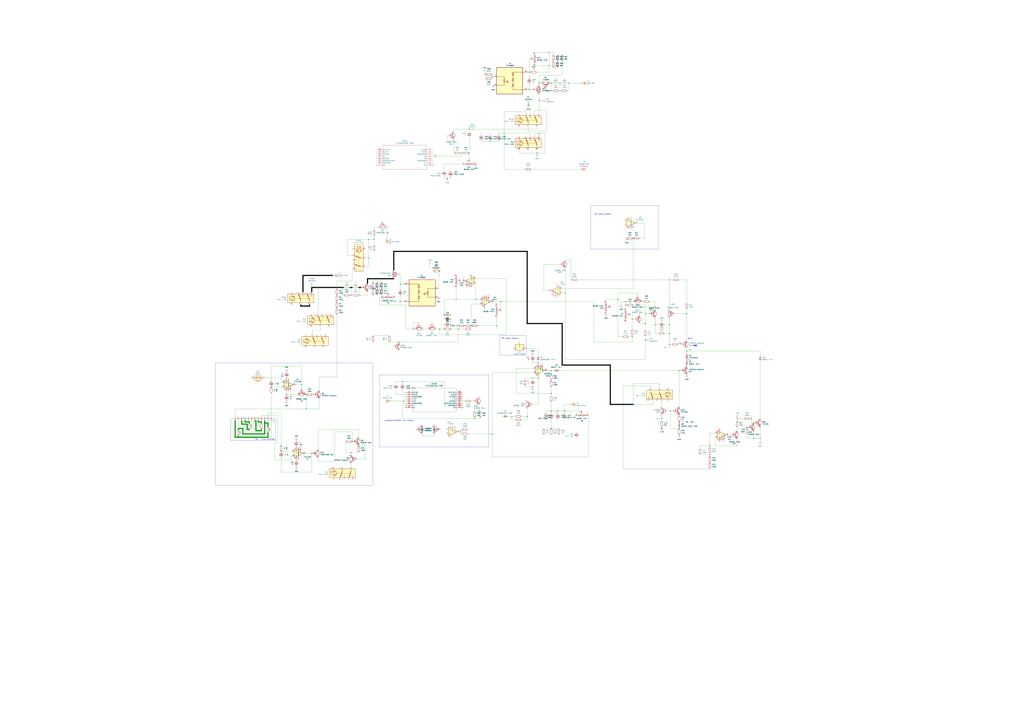
<source format=kicad_sch>
(kicad_sch (version 20231120) (generator "eeschema") (generator_version "8.0")
  (paper "A0")
  (junction (at 882.65 509.27))
  (junction (at 585.47 154.94))
  (junction (at 581.66 350.52))
  (junction (at 640.08 457.2))
  (junction (at 660.4 96.52))
  (junction (at 510.54 314.96))
  (junction (at 778.51 477.52))
  (junction (at 408.94 513.08))
  (junction (at 749.3 375.92))
  (junction (at 289.56 499.11))
  (junction (at 314.96 449.58))
  (junction (at 734.06 370.84))
  (junction (at 650.24 105.41))
  (junction (at 534.67 501.65))
  (junction (at 407.67 525.78))
  (junction (at 464.82 330.2))
  (junction (at 613.41 121.92))
  (junction (at 788.67 430.53))
  (junction (at 612.14 483.87))
  (junction (at 726.44 354.33))
  (junction (at 797.56 407.67))
  (junction (at 544.83 177.8))
  (junction (at 397.51 334.01))
  (junction (at 505.46 181.61))
  (junction (at 350.52 447.04))
  (junction (at 640.08 497.84))
  (junction (at 523.24 377.19))
  (junction (at 433.07 323.85))
  (junction (at 532.13 382.27))
  (junction (at 427.99 299.72))
  (junction (at 788.67 490.22))
  (junction (at 523.24 370.84))
  (junction (at 369.57 334.01))
  (junction (at 427.99 278.13))
  (junction (at 749.3 364.49))
  (junction (at 355.6 458.47))
  (junction (at 502.92 311.15))
  (junction (at 568.96 163.83))
  (junction (at 640.08 96.52))
  (junction (at 626.11 154.94))
  (junction (at 872.49 486.41))
  (junction (at 468.63 466.09))
  (junction (at 626.11 96.52))
  (junction (at 434.34 278.13))
  (junction (at 855.98 486.41))
  (junction (at 623.57 177.8))
  (junction (at 303.53 490.22))
  (junction (at 407.67 334.01))
  (junction (at 735.33 469.9))
  (junction (at 650.24 96.52))
  (junction (at 571.5 88.9))
  (junction (at 777.24 400.05))
  (junction (at 760.73 377.19))
  (junction (at 303.53 500.38))
  (junction (at 467.36 443.23))
  (junction (at 571.5 504.19))
  (junction (at 734.06 391.16))
  (junction (at 624.84 439.42))
  (junction (at 777.24 387.35))
  (junction (at 289.56 490.22))
  (junction (at 788.67 497.84))
  (junction (at 311.15 508))
  (junction (at 458.47 350.52))
  (junction (at 480.06 382.27))
  (junction (at 443.23 345.44))
  (junction (at 726.44 350.52))
  (junction (at 637.54 76.2))
  (junction (at 361.95 527.05))
  (junction (at 547.37 378.46))
  (junction (at 875.03 509.27))
  (junction (at 777.24 377.19))
  (junction (at 655.32 477.52))
  (junction (at 875.03 491.49))
  (junction (at 443.23 335.28))
  (junction (at 523.24 382.27))
  (junction (at 510.54 382.27))
  (junction (at 717.55 347.98))
  (junction (at 529.59 347.98))
  (junction (at 614.68 104.14))
  (junction (at 760.73 356.87))
  (junction (at 618.49 449.58))
  (junction (at 640.08 477.52))
  (junction (at 640.08 430.53))
  (junction (at 307.34 491.49))
  (junction (at 824.23 518.16))
  (junction (at 797.56 364.49))
  (junction (at 332.74 458.47))
  (junction (at 594.36 483.87))
  (junction (at 618.49 439.42))
  (junction (at 544.83 149.86))
  (junction (at 417.83 334.01))
  (junction (at 563.88 86.36))
  (junction (at 552.45 347.98))
  (junction (at 614.68 83.82))
  (junction (at 640.08 105.41))
  (junction (at 556.26 477.52))
  (junction (at 647.7 477.52))
  (junction (at 407.67 342.9))
  (junction (at 515.62 365.76))
  (junction (at 637.54 60.96))
  (junction (at 391.16 334.01))
  (junction (at 576.58 378.46))
  (junction (at 551.18 486.41))
  (junction (at 624.84 421.64))
  (junction (at 519.43 207.01))
  (junction (at 416.56 518.16))
  (junction (at 326.39 524.51))
  (junction (at 527.05 163.83))
  (junction (at 311.15 491.49))
  (junction (at 276.86 508))
  (junction (at 777.24 325.12))
  (junction (at 626.11 116.84))
  (junction (at 355.6 474.98))
  (junction (at 515.62 382.27))
  (junction (at 824.23 528.32))
  (junction (at 749.3 394.97))
  (junction (at 735.33 276.86))
  (junction (at 464.82 350.52))
  (junction (at 656.59 340.36))
  (junction (at 768.35 486.41))
  (junction (at 463.55 397.51))
  (junction (at 361.95 334.01))
  (junction (at 417.83 342.9))
  (junction (at 535.94 177.8))
  (junction (at 867.41 496.57))
  (no_connect (at 576.58 353.06))
  (no_connect (at 726.44 373.38))
  (no_connect (at 708.66 356.87))
  (no_connect (at 772.16 403.86))
  (no_connect (at 763.27 486.41))
  (wire (pts (xy 647.7 480.06) (xy 647.7 477.52)))
  (wire (pts (xy 434.34 278.13) (xy 427.99 278.13)))
  (wire (pts (xy 361.95 548.64) (xy 326.39 548.64)))
  (wire (pts (xy 749.3 394.97) (xy 749.3 417.83)))
  (wire (pts (xy 342.9 447.04) (xy 350.52 447.04)))
  (wire (pts (xy 551.18 149.86) (xy 623.57 149.86)))
  (wire (pts (xy 647.7 63.5) (xy 652.78 63.5)))
  (wire (pts (xy 433.07 323.85) (xy 457.2 323.85)) (stroke (width 1.27) (color 0 0 0 1)))
  (wire (pts (xy 307.34 491.49) (xy 311.15 491.49)) (stroke (width 1.27)))
  (wire (pts (xy 434.34 274.32) (xy 434.34 278.13)))
  (wire (pts (xy 355.6 474.98) (xy 273.05 474.98)))
  (wire (pts (xy 734.06 397.51) (xy 734.06 391.16)))
  (wire (pts (xy 626.11 99.06) (xy 626.11 96.52)))
  (wire (pts (xy 726.44 350.52) (xy 735.33 350.52)))
  (wire (pts (xy 284.48 495.3) (xy 284.48 501.65)))
  (wire (pts (xy 307.34 488.95) (xy 307.34 491.49)) (stroke (width 1.27)))
  (wire (pts (xy 635 128.27) (xy 621.03 128.27)))
  (wire (pts (xy 655.32 469.9) (xy 661.67 469.9)))
  (wire (pts (xy 624.84 439.42) (xy 624.84 469.9)))
  (wire (pts (xy 632.46 154.94) (xy 632.46 177.8)))
  (wire (pts (xy 350.52 447.04) (xy 350.52 450.85)))
  (wire (pts (xy 721.36 350.52) (xy 726.44 350.52)))
  (wire (pts (xy 655.32 480.06) (xy 655.32 477.52)))
  (wire (pts (xy 708.66 424.18) (xy 708.66 469.9)) (stroke (width 1.27) (color 0 0 0 1)))
  (wire (pts (xy 635 152.4) (xy 635 128.27)))
  (wire (pts (xy 515.62 207.01) (xy 515.62 205.74)))
  (wire (pts (xy 273.05 474.98) (xy 273.05 483.87)))
  (wire (pts (xy 502.92 311.15) (xy 499.11 311.15)))
  (wire (pts (xy 303.53 500.38) (xy 303.53 501.65)))
  (wire (pts (xy 556.26 477.52) (xy 557.53 477.52)))
  (wire (pts (xy 471.17 461.01) (xy 468.63 461.01)))
  (wire (pts (xy 640.08 487.68) (xy 640.08 497.84)))
  (wire (pts (xy 855.98 496.57) (xy 855.98 500.38)))
  (wire (pts (xy 397.51 334.01) (xy 398.78 334.01)) (stroke (width 1.27) (color 0 0 0 1)))
  (wire (pts (xy 609.6 196.85) (xy 585.47 196.85)))
  (wire (pts (xy 523.24 207.01) (xy 523.24 205.74)))
  (wire (pts (xy 440.69 354.33) (xy 471.17 354.33)))
  (wire (pts (xy 599.44 457.2) (xy 640.08 457.2)))
  (wire (pts (xy 457.2 292.1) (xy 612.14 292.1)) (stroke (width 1.27) (color 0 0 0 1)))
  (wire (pts (xy 768.35 488.95) (xy 768.35 486.41)))
  (wire (pts (xy 332.74 458.47) (xy 332.74 454.66)))
  (wire (pts (xy 726.44 354.33) (xy 727.71 354.33)))
  (wire (pts (xy 797.56 405.13) (xy 797.56 407.67)))
  (wire (pts (xy 594.36 487.68) (xy 594.36 483.87)))
  (wire (pts (xy 527.05 163.83) (xy 527.05 162.56)))
  (wire (pts (xy 458.47 350.52) (xy 458.47 345.44)))
  (wire (pts (xy 855.98 485.14) (xy 855.98 486.41)))
  (wire (pts (xy 510.54 318.77) (xy 510.54 314.96)))
  (wire (pts (xy 621.03 154.94) (xy 626.11 154.94)))
  (wire (pts (xy 369.57 334.01) (xy 391.16 334.01)) (stroke (width 1.27) (color 0 0 0 1)))
  (wire (pts (xy 652.78 335.28) (xy 735.33 335.28)))
  (wire (pts (xy 471.17 354.33) (xy 471.17 382.27)))
  (wire (pts (xy 515.62 377.19) (xy 515.62 382.27)))
  (wire (pts (xy 543.56 504.19) (xy 571.5 504.19)))
  (wire (pts (xy 722.63 391.16) (xy 717.55 391.16)))
  (wire (pts (xy 760.73 369.57) (xy 760.73 377.19)))
  (wire (pts (xy 749.3 417.83) (xy 656.59 417.83)))
  (wire (pts (xy 318.77 514.35) (xy 322.58 514.35)))
  (wire (pts (xy 777.24 369.57) (xy 777.24 377.19)))
  (wire (pts (xy 287.02 492.76) (xy 287.02 499.11)) (stroke (width 1.27)))
  (wire (pts (xy 576.58 378.46) (xy 576.58 382.27)))
  (wire (pts (xy 824.23 502.92) (xy 830.58 502.92)))
  (wire (pts (xy 730.25 391.16) (xy 734.06 391.16)))
  (wire (pts (xy 369.57 521.97) (xy 369.57 499.11)))
  (wire (pts (xy 633.73 104.14) (xy 633.73 105.41)))
  (wire (pts (xy 509.27 335.28) (xy 509.27 318.77)))
  (wire (pts (xy 571.5 504.19) (xy 571.5 433.07)))
  (wire (pts (xy 788.67 430.53) (xy 788.67 472.44)))
  (wire (pts (xy 626.11 96.52) (xy 628.65 96.52)))
  (wire (pts (xy 318.77 534.67) (xy 337.82 534.67)))
  (wire (pts (xy 626.11 154.94) (xy 626.11 158.75)))
  (wire (pts (xy 361.95 527.05) (xy 361.95 523.24)))
  (wire (pts (xy 326.39 524.51) (xy 339.09 524.51)))
  (wire (pts (xy 276.86 506.73) (xy 276.86 508)) (stroke (width 1.27)))
  (wire (pts (xy 515.62 382.27) (xy 510.54 382.27)))
  (wire (pts (xy 797.56 325.12) (xy 797.56 351.79)))
  (wire (pts (xy 734.06 389.89) (xy 734.06 391.16)))
  (wire (pts (xy 655.32 469.9) (xy 655.32 477.52)))
  (wire (pts (xy 562.61 83.82) (xy 562.61 86.36)))
  (wire (pts (xy 617.22 196.85) (xy 673.1 196.85)))
  (wire (pts (xy 760.73 356.87) (xy 760.73 359.41)))
  (wire (pts (xy 797.56 407.67) (xy 882.65 407.67)))
  (wire (pts (xy 754.38 350.52) (xy 760.73 350.52)))
  (wire (pts (xy 552.45 323.85) (xy 588.01 323.85)))
  (wire (pts (xy 812.8 518.16) (xy 824.23 518.16)))
  (wire (pts (xy 337.82 534.67) (xy 337.82 529.59)))
  (wire (pts (xy 562.61 86.36) (xy 563.88 86.36)))
  (wire (pts (xy 459.74 443.23) (xy 467.36 443.23)))
  (wire (pts (xy 624.84 420.37) (xy 624.84 421.64)))
  (wire (pts (xy 784.86 364.49) (xy 797.56 364.49)))
  (wire (pts (xy 547.37 353.06) (xy 557.53 353.06)))
  (wire (pts (xy 778.51 477.52) (xy 778.51 497.84)))
  (wire (pts (xy 292.1 490.22) (xy 292.1 488.95)))
  (wire (pts (xy 734.06 370.84) (xy 735.33 370.84)))
  (wire (pts (xy 610.87 132.08) (xy 610.87 129.54)))
  (wire (pts (xy 294.64 501.65) (xy 303.53 501.65)))
  (wire (pts (xy 527.05 149.86) (xy 527.05 152.4)))
  (wire (pts (xy 515.62 190.5) (xy 515.62 198.12)))
  (wire (pts (xy 571.5 530.86) (xy 571.5 504.19)))
  (wire (pts (xy 551.18 486.41) (xy 557.53 486.41)))
  (wire (pts (xy 424.18 309.88) (xy 427.99 309.88)))
  (wire (pts (xy 523.24 370.84) (xy 523.24 377.19)))
  (wire (pts (xy 740.41 340.36) (xy 740.41 342.9)))
  (wire (pts (xy 655.32 477.52) (xy 675.64 477.52)))
  (wire (pts (xy 416.56 518.16) (xy 424.18 518.16)))
  (wire (pts (xy 361.95 527.05) (xy 361.95 548.64)))
  (wire (pts (xy 613.41 152.4) (xy 635 152.4)))
  (wire (pts (xy 504.19 506.73) (xy 504.19 504.19)))
  (wire (pts (xy 529.59 334.01) (xy 529.59 347.98)))
  (wire (pts (xy 855.98 486.41) (xy 855.98 488.95)))
  (wire (pts (xy 717.55 340.36) (xy 740.41 340.36)))
  (wire (pts (xy 443.23 335.28) (xy 450.85 335.28)))
  (wire (pts (xy 532.13 382.27) (xy 532.13 397.51)))
  (wire (pts (xy 424.18 299.72) (xy 427.99 299.72)))
  (wire (pts (xy 652.78 87.63) (xy 626.11 87.63)))
  (wire (pts (xy 515.62 443.23) (xy 515.62 471.17)))
  (wire (pts (xy 723.9 448.31) (xy 723.9 544.83)))
  (wire (pts (xy 458.47 350.52) (xy 464.82 350.52)))
  (wire (pts (xy 407.67 334.01) (xy 407.67 342.9)))
  (wire (pts (xy 407.67 334.01) (xy 406.4 334.01)) (stroke (width 1.27) (color 0 0 0 1)))
  (wire (pts (xy 703.58 347.98) (xy 717.55 347.98)))
  (wire (pts (xy 276.86 497.84) (xy 276.86 499.11)) (stroke (width 1.27)))
  (wire (pts (xy 467.36 443.23) (xy 515.62 443.23)))
  (wire (pts (xy 544.83 177.8) (xy 544.83 160.02)))
  (wire (pts (xy 742.95 375.92) (xy 749.3 375.92)))
  (wire (pts (xy 875.03 491.49) (xy 872.49 491.49)))
  (wire (pts (xy 642.62 60.96) (xy 637.54 60.96)))
  (wire (pts (xy 618.49 421.64) (xy 624.84 421.64)))
  (wire (pts (xy 351.79 320.04) (xy 351.79 339.09)) (stroke (width 1.27) (color 0 0 0 1)))
  (wire (pts (xy 640.08 96.52) (xy 641.35 96.52)))
  (wire (pts (xy 297.18 500.38) (xy 303.53 500.38)) (stroke (width 1.27)))
  (wire (pts (xy 723.9 544.83) (xy 824.23 544.83)))
  (wire (pts (xy 640.08 477.52) (xy 640.08 480.06)))
  (wire (pts (xy 603.25 177.8) (xy 623.57 177.8)))
  (wire (pts (xy 749.3 364.49) (xy 749.3 375.92)))
  (wire (pts (xy 642.62 63.5) (xy 642.62 60.96)))
  (wire (pts (xy 552.45 347.98) (xy 557.53 347.98)))
  (wire (pts (xy 628.65 116.84) (xy 626.11 116.84)))
  (wire (pts (xy 867.41 509.27) (xy 875.03 509.27)))
  (wire (pts (xy 534.67 326.39) (xy 537.21 326.39)))
  (wire (pts (xy 650.24 96.52) (xy 650.24 105.41)))
  (wire (pts (xy 314.96 488.95) (xy 314.96 508)))
  (wire (pts (xy 579.12 156.21) (xy 579.12 154.94)))
  (wire (pts (xy 406.4 342.9) (xy 407.67 342.9)))
  (wire (pts (xy 660.4 96.52) (xy 659.13 96.52)))
  (wire (pts (xy 768.35 482.6) (xy 768.35 486.41)))
  (wire (pts (xy 633.73 480.06) (xy 633.73 477.52)))
  (wire (pts (xy 882.65 420.37) (xy 882.65 486.41)))
  (wire (pts (xy 765.81 450.85) (xy 765.81 445.77)))
  (wire (pts (xy 468.63 466.09) (xy 468.63 468.63)))
  (wire (pts (xy 289.56 488.95) (xy 289.56 490.22)))
  (wire (pts (xy 440.69 354.33) (xy 440.69 335.28)))
  (wire (pts (xy 515.62 347.98) (xy 529.59 347.98)))
  (wire (pts (xy 650.24 105.41) (xy 651.51 105.41)))
  (wire (pts (xy 612.14 487.68) (xy 612.14 483.87)))
  (wire (pts (xy 350.52 425.45) (xy 314.96 425.45)))
  (wire (pts (xy 349.25 355.6) (xy 359.41 355.6)) (stroke (width 1.27) (color 0 0 0 1)))
  (wire (pts (xy 391.16 334.01) (xy 397.51 334.01)) (stroke (width 1.27) (color 0 0 0 1)))
  (wire (pts (xy 515.62 207.01) (xy 519.43 207.01)))
  (wire (pts (xy 640.08 105.41) (xy 640.08 96.52)))
  (wire (pts (xy 510.54 311.15) (xy 510.54 314.96)))
  (wire (pts (xy 426.72 328.93) (xy 426.72 323.85)) (stroke (width 1.27) (color 0 0 0 1)))
  (wire (pts (xy 777.24 377.19) (xy 777.24 387.35)))
  (wire (pts (xy 369.57 535.94) (xy 388.62 535.94)))
  (wire (pts (xy 652.78 375.92) (xy 652.78 424.18)) (stroke (width 1.27) (color 0 0 0 1)))
  (wire (pts (xy 605.79 487.68) (xy 612.14 487.68)))
  (wire (pts (xy 621.03 60.96) (xy 637.54 60.96)))
  (wire (pts (xy 547.37 466.09) (xy 548.64 466.09)))
  (wire (pts (xy 464.82 350.52) (xy 468.63 350.52)))
  (wire (pts (xy 764.54 387.35) (xy 760.73 387.35)))
  (wire (pts (xy 515.62 365.76) (xy 515.62 370.84)))
  (wire (pts (xy 363.22 383.54) (xy 372.11 383.54)))
  (wire (pts (xy 568.96 163.83) (xy 579.12 163.83)))
  (wire (pts (xy 496.57 382.27) (xy 491.49 382.27)))
  (wire (pts (xy 746.76 350.52) (xy 745.49 350.52)))
  (wire (pts (xy 612.14 292.1) (xy 612.14 375.92)) (stroke (width 1.27) (color 0 0 0 1)))
  (wire (pts (xy 546.1 149.86) (xy 544.83 149.86)))
  (wire (pts (xy 303.53 482.6) (xy 303.53 483.87)))
  (wire (pts (xy 742.95 276.86) (xy 748.03 276.86)))
  (wire (pts (xy 824.23 502.92) (xy 824.23 518.16)))
  (wire (pts (xy 581.66 350.52) (xy 689.61 350.52)))
  (wire (pts (xy 419.1 334.01) (xy 417.83 334.01)) (stroke (width 1.27) (color 0 0 0 1)))
  (wire (pts (xy 631.19 307.34) (xy 631.19 337.82)))
  (wire (pts (xy 749.3 364.49) (xy 753.11 364.49)))
  (wire (pts (xy 539.75 466.09) (xy 537.21 466.09)))
  (wire (pts (xy 294.64 490.22) (xy 294.64 501.65)))
  (wire (pts (xy 830.58 508) (xy 830.58 518.16)))
  (wire (pts (xy 788.67 490.22) (xy 796.29 490.22)))
  (wire (pts (xy 779.78 400.05) (xy 777.24 400.05)))
  (wire (pts (xy 599.44 427.99) (xy 599.44 457.2)))
  (wire (pts (xy 637.54 83.82) (xy 623.57 83.82)))
  (wire (pts (xy 467.36 486.41) (xy 467.36 471.17)))
  (wire (pts (xy 307.34 439.42) (xy 326.39 439.42)))
  (wire (pts (xy 370.84 463.55) (xy 370.84 474.98)))
  (wire (pts (xy 417.83 334.01) (xy 417.83 342.9)))
  (wire (pts (xy 612.14 375.92) (xy 652.78 375.92)) (stroke (width 1.27) (color 0 0 0 1)))
  (wire (pts (xy 551.18 485.14) (xy 551.18 486.41)))
  (wire (pts (xy 760.73 377.19) (xy 764.54 377.19)))
  (wire (pts (xy 505.46 181.61) (xy 535.94 181.61)))
  (wire (pts (xy 443.23 345.44) (xy 443.23 350.52)))
  (wire (pts (xy 386.08 320.04) (xy 351.79 320.04)) (stroke (width 1.27) (color 0 0 0 1)))
  (wire (pts (xy 361.95 339.09) (xy 361.95 334.01)) (stroke (width 1.27) (color 0 0 0 1)))
  (wire (pts (xy 772.16 403.86) (xy 777.24 403.86)))
  (wire (pts (xy 797.56 407.67) (xy 797.56 410.21)))
  (wire (pts (xy 659.13 105.41) (xy 660.4 105.41)))
  (wire (pts (xy 735.33 469.9) (xy 758.19 469.9)))
  (wire (pts (xy 623.57 179.07) (xy 623.57 177.8)))
  (wire (pts (xy 571.5 86.36) (xy 571.5 88.9)))
  (wire (pts (xy 749.3 394.97) (xy 749.3 391.16)))
  (wire (pts (xy 614.68 83.82) (xy 614.68 90.17)))
  (wire (pts (xy 640.08 457.2) (xy 640.08 449.58)))
  (wire (pts (xy 547.37 378.46) (xy 547.37 353.06)))
  (wire (pts (xy 845.82 505.46) (xy 848.36 505.46)))
  (wire (pts (xy 299.72 490.22) (xy 303.53 490.22)) (stroke (width 1.27)))
  (wire (pts (xy 765.81 445.77) (xy 735.33 445.77)))
  (wire (pts (xy 519.43 207.01) (xy 523.24 207.01)))
  (wire (pts (xy 303.53 500.38) (xy 303.53 499.11)) (stroke (width 1.27)))
  (wire (pts (xy 519.43 163.83) (xy 519.43 157.48)))
  (wire (pts (xy 464.82 318.77) (xy 464.82 330.2)))
  (wire (pts (xy 434.34 278.13) (xy 434.34 284.48)))
  (wire (pts (xy 467.36 443.23) (xy 467.36 445.77)))
  (wire (pts (xy 459.74 458.47) (xy 459.74 453.39)))
  (wire (pts (xy 778.51 497.84) (xy 788.67 497.84)))
  (wire (pts (xy 537.21 190.5) (xy 515.62 190.5)))
  (wire (pts (xy 726.44 354.33) (xy 726.44 350.52)))
  (wire (pts (xy 463.55 397.51) (xy 532.13 397.51)))
  (wire (pts (xy 438.15 327.66) (xy 443.23 327.66)))
  (wire (pts (xy 734.06 382.27) (xy 734.06 370.84)))
  (wire (pts (xy 621.03 128.27) (xy 621.03 132.08)))
  (wire (pts (xy 468.63 466.09) (xy 471.17 466.09)))
  (wire (pts (xy 615.95 121.92) (xy 613.41 121.92)))
  (wire (pts (xy 755.65 448.31) (xy 723.9 448.31)))
  (wire (pts (xy 359.41 354.33) (xy 359.41 355.6)) (stroke (width 1.27) (color 0 0 0 1)))
  (wire (pts (xy 615.95 154.94) (xy 615.95 158.75)))
  (wire (pts (xy 781.05 325.12) (xy 777.24 325.12)))
  (wire (pts (xy 749.3 354.33) (xy 749.3 364.49)))
  (wire (pts (xy 354.33 527.05) (xy 361.95 527.05)))
  (wire (pts (xy 652.78 340.36) (xy 656.59 340.36)))
  (wire (pts (xy 401.32 525.78) (xy 407.67 525.78)))
  (wire (pts (xy 311.15 502.92) (xy 311.15 508)) (stroke (width 1.27)))
  (wire (pts (xy 280.67 488.95) (xy 280.67 492.76)) (stroke (width 1.27)))
  (wire (pts (xy 812.8 518.16) (xy 812.8 520.7)))
  (wire (pts (xy 749.3 375.92) (xy 749.3 383.54)))
  (wire (pts (xy 480.06 374.65) (xy 480.06 382.27)))
  (wire (pts (xy 369.57 532.13) (xy 369.57 535.94)))
  (wire (pts (xy 768.35 466.09) (xy 768.35 472.44)))
  (wire (pts (xy 314.96 449.58) (xy 327.66 449.58)))
  (wire (pts (xy 322.58 514.35) (xy 322.58 482.6)))
  (wire (pts (xy 650.24 430.53) (xy 788.67 430.53)))
  (wire (pts (xy 391.16 326.39) (xy 391.16 334.01)))
  (wire (pts (xy 778.51 477.52) (xy 781.05 477.52)))
  (wire (pts (xy 527.05 163.83) (xy 519.43 163.83)))
  (wire (pts (xy 388.62 535.94) (xy 388.62 501.65)))
  (wire (pts (xy 361.95 334.01) (xy 369.57 334.01)) (stroke (width 1.27) (color 0 0 0 1)))
  (wire (pts (xy 624.84 469.9) (xy 619.76 469.9)))
  (wire (pts (xy 539.75 382.27) (xy 532.13 382.27)))
  (wire (pts (xy 650.24 96.52) (xy 648.97 96.52)))
  (wire (pts (xy 471.17 455.93) (xy 467.36 455.93)))
  (wire (pts (xy 576.58 378.46) (xy 576.58 368.3)))
  (wire (pts (xy 459.74 445.77) (xy 459.74 443.23)))
  (wire (pts (xy 505.46 179.07) (xy 505.46 181.61)))
  (wire (pts (xy 415.29 533.4) (xy 424.18 533.4)))
  (wire (pts (xy 452.12 397.51) (xy 463.55 397.51)))
  (wire (pts (xy 618.49 439.42) (xy 624.84 439.42)))
  (wire (pts (xy 552.45 328.93) (xy 552.45 347.98)))
  (wire (pts (xy 299.72 488.95) (xy 299.72 490.22)) (stroke (width 1.27)))
  (wire (pts (xy 872.49 482.6) (xy 872.49 486.41)))
  (wire (pts (xy 458.47 350.52) (xy 443.23 350.52)))
  (wire (pts (xy 510.54 382.27) (xy 510.54 388.62)))
  (wire (pts (xy 674.37 96.52) (xy 660.4 96.52)))
  (wire (pts (xy 502.92 179.07) (xy 505.46 179.07)))
  (wire (pts (xy 772.16 377.19) (xy 777.24 377.19)))
  (wire (pts (xy 812.8 528.32) (xy 824.23 528.32)))
  (wire (pts (xy 311.15 488.95) (xy 311.15 491.49)))
  (wire (pts (xy 656.59 302.26) (xy 662.94 302.26)))
  (wire (pts (xy 303.53 490.22) (xy 303.53 491.49)))
  (wire (pts (xy 614.68 68.58) (xy 615.95 68.58)))
  (wire (pts (xy 647.7 477.52) (xy 640.08 477.52)))
  (wire (pts (xy 824.23 519.43) (xy 824.23 518.16)))
  (wire (pts (xy 369.57 499.11) (xy 416.56 499.11)))
  (wire (pts (xy 294.64 490.22) (xy 292.1 490.22)))
  (wire (pts (xy 510.54 382.27) (xy 506.73 382.27)))
  (wire (pts (xy 276.86 495.3) (xy 284.48 495.3)))
  (wire (pts (xy 614.68 83.82) (xy 615.95 83.82)))
  (wire (pts (xy 872.49 486.41) (xy 872.49 491.49)))
  (wire (pts (xy 307.34 504.19) (xy 281.94 504.19)) (stroke (width 1.27)))
  (wire (pts (xy 855.98 518.16) (xy 855.98 510.54)))
  (wire (pts (xy 626.11 154.94) (xy 632.46 154.94)))
  (wire (pts (xy 652.78 424.18) (xy 708.66 424.18)) (stroke (width 1.27) (color 0 0 0 1)))
  (wire (pts (xy 618.49 449.58) (xy 618.49 448.31)))
  (wire (pts (xy 502.92 311.15) (xy 502.92 314.96)))
  (wire (pts (xy 408.94 334.01) (xy 407.67 334.01)) (stroke (width 1.27) (color 0 0 0 1)))
  (wire (pts (xy 416.56 342.9) (xy 417.83 342.9)))
  (wire (pts (xy 284.48 488.95) (xy 284.48 490.22)) (stroke (width 1.27)))
  (wire (pts (xy 417.83 334.01) (xy 416.56 334.01)) (stroke (width 1.27) (color 0 0 0 1)))
  (wire (pts (xy 760.73 350.52) (xy 760.73 356.87)))
  (wire (pts (xy 534.67 177.8) (xy 535.94 177.8)))
  (wire (pts (xy 735.33 276.86) (xy 735.33 335.28)))
  (wire (pts (xy 594.36 483.87) (xy 598.17 483.87)))
  (wire (pts (xy 626.11 116.84) (xy 626.11 109.22)))
  (wire (pts (xy 544.83 149.86) (xy 544.83 152.4)))
  (wire (pts (xy 772.16 387.35) (xy 777.24 387.35)))
  (wire (pts (xy 610.87 129.54) (xy 585.47 129.54)))
  (wire (pts (xy 882.65 513.08) (xy 882.65 509.27)))
  (wire (pts (xy 407.67 525.78) (xy 416.56 525.78)))
  (wire (pts (xy 464.82 330.2) (xy 464.82 336.55)))
  (wire (pts (xy 471.17 458.47) (xy 459.74 458.47)))
  (wire (pts (xy 554.99 378.46) (xy 576.58 378.46)))
  (wire (pts (xy 363.22 388.62) (xy 363.22 383.54)))
  (wire (pts (xy 424.18 533.4) (xy 424.18 518.16)))
  (wire (pts (xy 788.67 325.12) (xy 797.56 325.12)))
  (wire (pts (xy 637.54 76.2) (xy 637.54 60.96)))
  (wire (pts (xy 609.6 439.42) (xy 618.49 439.42)))
  (wire (pts (xy 777.24 325.12) (xy 777.24 359.41)))
  (wire (pts (xy 742.95 365.76) (xy 742.95 356.87)))
  (wire (pts (xy 824.23 527.05) (xy 824.23 528.32)))
  (wire (pts (xy 280.67 492.76) (xy 287.02 492.76)) (stroke (width 1.27)))
  (wire (pts (xy 624.84 439.42) (xy 624.84 438.15)))
  (wire (pts (xy 558.8 163.83) (xy 568.96 163.83)))
  (wire (pts (xy 417.83 342.9) (xy 426.72 342.9)))
  (wire (pts (xy 758.19 469.9) (xy 758.19 466.09)))
  (wire (pts (xy 748.03 259.08) (xy 740.41 259.08)))
  (wire (pts (xy 534.67 501.65) (xy 533.4 501.65)))
  (wire (pts (xy 882.65 407.67) (xy 882.65 412.75)))
  (wire (pts (xy 623.57 149.86) (xy 623.57 147.32)))
  (wire (pts (xy 337.82 529.59) (xy 339.09 529.59)))
  (wire (pts (xy 735.33 354.33) (xy 749.3 354.33)))
  (wire (pts (xy 370.84 438.15) (xy 370.84 453.39)))
  (wire (pts (xy 439.42 264.16) (xy 434.34 264.16)))
  (wire (pts (xy 276.86 508) (xy 311.15 508)) (stroke (width 1.27)))
  (wire (pts (xy 433.07 323.85) (xy 433.07 327.66)))
  (wire (pts (xy 486.41 374.65) (xy 480.06 374.65)))
  (wire (pts (xy 440.69 335.28) (xy 443.23 335.28)))
  (wire (pts (xy 652.78 71.12) (xy 652.78 87.63)))
  (wire (pts (xy 683.26 530.86) (xy 571.5 530.86)))
  (wire (pts (xy 326.39 439.42) (xy 326.39 444.5)))
  (wire (pts (xy 797.56 364.49) (xy 797.56 394.97)))
  (wire (pts (xy 527.05 163.83) (xy 527.05 177.8)))
  (wire (pts (xy 391.16 438.15) (xy 391.16 365.76)))
  (wire (pts (xy 640.08 105.41) (xy 641.35 105.41)))
  (wire (pts (xy 633.73 477.52) (xy 640.08 477.52)))
  (wire (pts (xy 427.99 278.13) (xy 427.99 299.72)))
  (wire (pts (xy 557.53 485.14) (xy 557.53 486.41)))
  (wire (pts (xy 640.08 434.34) (xy 640.08 430.53)))
  (wire (pts (xy 529.59 347.98) (xy 552.45 347.98)))
  (wire (pts (xy 443.23 342.9) (xy 443.23 345.44)))
  (wire (pts (xy 763.27 486.41) (xy 768.35 486.41)))
  (wire (pts (xy 397.51 342.9) (xy 397.51 334.01)))
  (wire (pts (xy 863.6 486.41) (xy 855.98 486.41)))
  (wire (pts (xy 631.19 337.82) (xy 637.54 337.82)))
  (wire (pts (xy 449.58 264.16) (xy 449.58 275.59)))
  (wire (pts (xy 609.6 440.69) (xy 609.6 439.42)))
  (wire (pts (xy 284.48 501.65) (xy 289.56 501.65)))
  (wire (pts (xy 314.96 425.45) (xy 314.96 441.96)))
  (wire (pts (xy 614.68 83.82) (xy 613.41 83.82)))
  (wire (pts (xy 775.97 477.52) (xy 778.51 477.52)))
  (wire (pts (xy 588.01 323.85) (xy 588.01 388.62)))
  (wire (pts (xy 563.88 86.36) (xy 563.88 91.44)))
  (wire (pts (xy 535.94 499.11) (xy 534.67 499.11)))
  (wire (pts (xy 633.73 105.41) (xy 640.08 105.41)))
  (wire (pts (xy 276.86 508) (xy 273.05 508)) (stroke (width 1.27)))
  (wire (pts (xy 875.03 501.65) (xy 875.03 509.27)))
  (wire (pts (xy 689.61 397.51) (xy 734.06 397.51)))
  (wire (pts (xy 642.62 78.74) (xy 647.7 78.74)))
  (wire (pts (xy 614.68 97.79) (xy 614.68 104.14)))
  (wire (pts (xy 326.39 444.5) (xy 327.66 444.5)))
  (wire (pts (xy 882.65 496.57) (xy 882.65 509.27)))
  (wire (pts (xy 523.24 365.76) (xy 523.24 370.84)))
  (wire (pts (xy 610.87 405.13) (xy 624.84 405.13)))
  (wire (pts (xy 515.62 471.17) (xy 537.21 471.17)))
  (wire (pts (xy 755.65 450.85) (xy 755.65 448.31)))
  (wire (pts (xy 544.83 185.42) (xy 544.83 177.8)))
  (wire (pts (xy 619.76 427.99) (xy 599.44 427.99)))
  (wire (pts (xy 318.77 534.67) (xy 318.77 514.35)))
  (wire (pts (xy 598.17 487.68) (xy 594.36 487.68)))
  (wire (pts (xy 408.94 326.39) (xy 391.16 326.39)))
  (wire (pts (xy 683.26 482.6) (xy 683.26 530.86)))
  (wire (pts (xy 777.24 400.05) (xy 777.24 403.86)))
  (wire (pts (xy 609.6 449.58) (xy 618.49 449.58)))
  (wire (pts (xy 303.53 490.22) (xy 303.53 491.49)) (stroke (width 1.27)))
  (wire (pts (xy 735.33 445.77) (xy 735.33 469.9)))
  (wire (pts (xy 618.49 450.85) (xy 618.49 449.58)))
  (wire (pts (xy 708.66 469.9) (xy 735.33 469.9)) (stroke (width 1.27) (color 0 0 0 1)))
  (wire (pts (xy 621.03 158.75) (xy 621.03 154.94)))
  (wire (pts (xy 872.49 486.41) (xy 871.22 486.41)))
  (wire (pts (xy 614.68 83.82) (xy 614.68 68.58)))
  (wire (pts (xy 397.51 342.9) (xy 398.78 342.9)))
  (wire (pts (xy 311.15 480.06) (xy 326.39 480.06)))
  (wire (pts (xy 603.25 173.99) (xy 603.25 177.8)))
  (wire (pts (xy 407.67 342.9) (xy 408.94 342.9)))
  (wire (pts (xy 618.49 420.37) (xy 618.49 421.64)))
  (wire (pts (xy 427.99 299.72) (xy 427.99 309.88)))
  (wire (pts (xy 427.99 278.13) (xy 403.86 278.13)))
  (wire (pts (xy 618.49 104.14) (xy 614.68 104.14)))
  (wire (pts (xy 372.11 383.54) (xy 372.11 379.73)))
  (wire (pts (xy 651.51 96.52) (xy 650.24 96.52)))
  (wire (pts (xy 585.47 129.54) (xy 585.47 154.94)))
  (wire (pts (xy 369.57 334.01) (xy 369.57 364.49)))
  (wire (pts (xy 551.18 486.41) (xy 467.36 486.41)))
  (wire (pts (xy 464.82 344.17) (xy 464.82 350.52)))
  (wire (pts (xy 471.17 382.27) (xy 480.06 382.27)))
  (wire (pts (xy 648.97 105.41) (xy 650.24 105.41)))
  (wire (pts (xy 824.23 528.32) (xy 824.23 529.59)))
  (wire (pts (xy 297.18 488.95) (xy 297.18 500.38)) (stroke (width 1.27)))
  (wire (pts (xy 621.03 76.2) (xy 637.54 76.2)))
  (wire (pts (xy 273.05 508) (xy 273.05 488.95)) (stroke (width 1.27)))
  (wire (pts (xy 454.66 466.09) (xy 468.63 466.09)))
  (wire (pts (xy 426.72 323.85) (xy 433.07 323.85)) (stroke (width 1.27) (color 0 0 0 1)))
  (wire (pts (xy 289.56 490.22) (xy 289.56 491.49)) (stroke (width 1.27)))
  (wire (pts (xy 535.94 504.19) (xy 534.67 504.19)))
  (wire (pts (xy 433.07 389.89) (xy 452.12 389.89)))
  (wire (pts (xy 467.36 471.17) (xy 471.17 471.17)))
  (wire (pts (xy 571.5 88.9) (xy 571.5 91.44)))
  (wire (pts (xy 612.14 474.98) (xy 612.14 483.87)))
  (wire (pts (xy 499.11 307.34) (xy 499.11 311.15)))
  (wire (pts (xy 332.74 458.47) (xy 345.44 458.47)))
  (wire (pts (xy 297.18 488.95) (xy 295.91 488.95)) (stroke (width 1.27)))
  (wire (pts (xy 797.56 359.41) (xy 797.56 364.49)))
  (wire (pts (xy 276.86 497.84) (xy 281.94 497.84)) (stroke (width 1.27)))
  (wire (pts (xy 640.08 497.84) (xy 648.97 497.84)))
  (wire (pts (xy 703.58 347.98) (xy 703.58 349.25)))
  (wire (pts (xy 748.03 276.86) (xy 748.03 259.08)))
  (wire (pts (xy 523.24 377.19) (xy 523.24 382.27)))
  (wire (pts (xy 289.56 499.11) (xy 289.56 501.65)))
  (wire (pts (xy 734.06 370.84) (xy 734.06 365.76)))
  (wire (pts (xy 481.33 382.27) (xy 480.06 382.27)))
  (wire (pts (xy 471.17 468.63) (xy 468.63 468.63)))
  (wire (pts (xy 742.95 356.87) (xy 760.73 356.87)))
  (wire (pts (xy 322.58 482.6) (xy 303.53 482.6)))
  (wire (pts (xy 760.73 387.35) (xy 760.73 377.19)))
  (wire (pts (xy 588.01 388.62) (xy 510.54 388.62)))
  (wire (pts (xy 656.59 417.83) (xy 656.59 340.36)))
  (wire (pts (xy 585.47 196.85) (xy 585.47 154.94)))
  (wire (pts (xy 434.34 264.16) (xy 434.34 266.7)))
  (wire (pts (xy 370.84 474.98) (xy 355.6 474.98)))
  (wire (pts (xy 314.96 457.2) (xy 314.96 483.87)))
  (wire (pts (xy 450.85 340.36) (xy 450.85 335.28)))
  (wire (pts (xy 311.15 491.49) (xy 311.15 495.3)) (stroke (width 1.27)))
  (wire (pts (xy 585.47 154.94) (xy 615.95 154.94)))
  (wire (pts (xy 416.56 499.11) (xy 416.56 508)))
  (wire (pts (xy 579.12 154.94) (xy 585.47 154.94)))
  (wire (pts (xy 534.67 501.65) (xy 534.67 504.19)))
  (wire (pts (xy 311.15 508) (xy 311.15 506.73)))
  (wire (pts (xy 303.53 488.95) (xy 303.53 490.22)))
  (wire (pts (xy 788.67 430.53) (xy 789.94 430.53)))
  (wire (pts (xy 408.94 501.65) (xy 408.94 513.08)))
  (wire (pts (xy 350.52 447.04) (xy 350.52 425.45)))
  (wire (pts (xy 626.11 87.63) (xy 626.11 96.52)))
  (wire (pts (xy 613.41 147.32) (xy 613.41 152.4)))
  (wire (pts (xy 637.54 76.2) (xy 637.54 83.82)))
  (wire (pts (xy 281.94 504.19) (xy 281.94 497.84)) (stroke (width 1.27)))
  (wire (pts (xy 535.94 177.8) (xy 535.94 181.61)))
  (wire (pts (xy 612.14 483.87) (xy 605.79 483.87)))
  (wire (pts (xy 407.67 525.78) (xy 407.67 528.32)))
  (wire (pts (xy 787.4 400.05) (xy 789.94 400.05)))
  (wire (pts (xy 534.67 499.11) (xy 534.67 501.65)))
  (wire (pts (xy 830.58 518.16) (xy 855.98 518.16)))
  (wire (pts (xy 647.7 477.52) (xy 655.32 477.52)))
  (wire (pts (xy 581.66 350.52) (xy 581.66 360.68)))
  (wire (pts (xy 777.24 387.35) (xy 777.24 400.05)))
  (wire (pts (xy 571.5 88.9) (xy 572.77 88.9)))
  (wire (pts (xy 717.55 347.98) (xy 717.55 391.16)))
  (wire (pts (xy 638.81 96.52) (xy 640.08 96.52)))
  (wire (pts (xy 403.86 278.13) (xy 403.86 297.18)))
  (wire (pts (xy 391.16 334.01) (xy 391.16 335.28)))
  (wire (pts (xy 468.63 461.01) (xy 468.63 466.09)))
  (wire (pts (xy 863.6 496.57) (xy 867.41 496.57)))
  (wire (pts (xy 361.95 334.01) (xy 361.95 332.74)))
  (wire (pts (xy 535.94 177.8) (xy 537.21 177.8)))
  (wire (pts (xy 288.29 488.95) (xy 289.56 488.95)))
  (wire (pts (xy 408.94 312.42) (xy 408.94 326.39)))
  (wire (pts (xy 401.32 513.08) (xy 401.32 525.78)))
  (wire (pts (xy 618.49 440.69) (xy 618.49 439.42)))
  (wire (pts (xy 662.94 302.26) (xy 662.94 325.12)))
  (wire (pts (xy 670.56 325.12) (xy 777.24 325.12)))
  (wire (pts (xy 624.84 421.64) (xy 624.84 422.91)))
  (wire (pts (xy 642.62 430.53) (xy 640.08 430.53)))
  (wire (pts (xy 326.39 548.64) (xy 326.39 532.13)))
  (wire (pts (xy 632.46 177.8) (xy 623.57 177.8)))
  (wire (pts (xy 515.62 347.98) (xy 515.62 365.76)))
  (wire (pts (xy 640.08 430.53) (xy 635 430.53)))
  (wire (pts (xy 726.44 358.14) (xy 726.44 354.33)))
  (wire (pts (xy 403.86 297.18) (xy 408.94 297.18)))
  (wire (pts (xy 623.57 173.99) (xy 623.57 177.8)))
  (wire (pts (xy 721.36 354.33) (xy 721.36 350.52)))
  (wire (pts (xy 875.03 509.27) (xy 882.65 509.27)))
  (wire (pts (xy 464.82 330.2) (xy 468.63 330.2)))
  (wire (pts (xy 388.62 501.65) (xy 408.94 501.65)))
  (wire (pts (xy 349.25 354.33) (xy 349.25 355.6)) (stroke (width 1.27) (color 0 0 0 1)))
  (wire (pts (xy 433.07 342.9) (xy 438.15 342.9)))
  (wire (pts (xy 532.13 382.27) (xy 523.24 382.27)))
  (wire (pts (xy 614.68 104.14) (xy 613.41 104.14)))
  (wire (pts (xy 307.34 491.49) (xy 307.34 504.19)) (stroke (width 1.27)))
  (wire (pts (xy 370.84 438.15) (xy 391.16 438.15)))
  (wire (pts (xy 624.84 405.13) (xy 624.84 412.75)))
  (wire (pts (xy 648.97 307.34) (xy 631.19 307.34)))
  (wire (pts (xy 276.86 488.95) (xy 276.86 495.3)))
  (wire (pts (xy 626.11 116.84) (xy 626.11 132.08)))
  (wire (pts (xy 326.39 480.06) (xy 326.39 516.89)))
  (wire (pts (xy 734.06 365.76) (xy 731.52 365.76)))
  (wire (pts (xy 867.41 504.19) (xy 867.41 509.27)))
  (wire (pts (xy 551.18 477.52) (xy 556.26 477.52)))
  (wire (pts (xy 527.05 149.86) (xy 544.83 149.86)))
  (wire (pts (xy 426.72 342.9) (xy 426.72 339.09)))
  (wire (pts (xy 689.61 350.52) (xy 689.61 397.51)))
  (wire (pts (xy 640.08 459.74) (xy 640.08 457.2)))
  (wire (pts (xy 717.55 347.98) (xy 717.55 340.36)))
  (wire (pts (xy 355.6 458.47) (xy 355.6 474.98)))
  (wire (pts (xy 311.15 483.87) (xy 311.15 480.06)))
  (wire (pts (xy 615.95 132.08) (xy 615.95 121.92)))
  (wire (pts (xy 547.37 378.46) (xy 547.37 382.27)))
  (wire (pts (xy 505.46 181.61) (xy 502.92 181.61)))
  (wire (pts (xy 314.96 508) (xy 311.15 508)))
  (wire (pts (xy 407.67 542.29) (xy 407.67 538.48)))
  (wire (pts (xy 660.4 96.52) (xy 660.4 105.41)))
  (wire (pts (xy 631.19 497.84) (xy 640.08 497.84)))
  (wire (pts (xy 656.59 312.42) (xy 656.59 340.36)))
  (wire (pts (xy 457.2 313.69) (xy 457.2 292.1)) (stroke (width 1.27) (color 0 0 0 1)))
  (wire (pts (xy 490.22 504.19) (xy 490.22 506.73)))
  (wire (pts (xy 556.26 471.17) (xy 556.26 477.52)))
  (wire (pts (xy 609.6 448.31) (xy 609.6 449.58)))
  (wire (pts (xy 509.27 318.77) (xy 510.54 318.77)))
  (wire (pts (xy 572.77 350.52) (xy 581.66 350.52)))
  (wire (pts (xy 640.08 467.36) (xy 640.08 477.52)))
  (wire (pts (xy 590.55 483.87) (xy 594.36 483.87)))
  (wire (pts (xy 490.22 506.73) (xy 504.19 506.73)))
  (wire (pts (xy 467.36 455.93) (xy 467.36 453.39)))
  (wire (pts (xy 287.02 499.11) (xy 289.56 499.11)) (stroke (width 1.27)))
  (wire (pts (xy 571.5 433.07) (xy 619.76 433.07)))
  (wire (pts (xy 284.48 490.22) (xy 289.56 490.22)) (stroke (width 1.27)))
  (rectangle (start 440.69 435.61) (end 567.69 519.43))
  (rectangle (start 580.39 389.89) (end 610.87 412.75))
  (rectangle (start 685.8 238.76) (end 764.54 289.56))
  (rectangle (start 267.97 486.41) (end 320.04 511.81))
  (circle (center 317.5 488.95) (radius 1.27) (fill (type color)))
  (rectangle (start 250.19 421.64) (end 433.07 563.88))
  (text "11V" (at 799.592 418.338 0) (effects (font (size 1.27 1.27))))
  (text "8.19V" (at 801.37 393.446 0) (effects (font (size 1.27 1.27))))
  (text "PSU region probably" (at 592.074 393.192 0) (effects (font (size 1.27 1.27))))
  (text "1V" (at 801.37 406.654 0) (effects (font (size 1.27 1.27))))
  (text "Composite Amplifier \"Low Follower\"" (at 464.058 488.696 0) (effects (font (size 1.27 1.27))))
  (text "Hot" (at 806.958 401.574 0) (effects (font (size 1.778 1.778) (thickness 0.3556) (bold yes))))
  (text "7.5V" (at 789.432 399.034 0) (effects (font (size 1.27 1.27))))
  (text "RN1   Fluke 4345146R" (at 307.848 510.54 0) (effects (font (size 1.27 1.27))))
  (text "Vref region probably" (at 699.77 248.92 0) (effects (font (size 1.27 1.27))))
  (symbol (lib_id "Device:Q_PNP_BEC") (at 779.78 364.49 180) (unit 1)
    (property "Reference" "Q16" (at 783.59 353.568 0) (effects (justify left)))
    (property "Value" "BC856 \"3DW\"" (at 788.416 357.632 0) (effects (justify left)))
    (property "Description" "PNP transistor, base/emitter/collector" (effects (hide yes)))
  )
  (symbol (lib_id "Device:R") (at 530.86 177.8 90) (unit 1)
    (property "Reference" "R69" (at 530.86 171.45 90))
    (property "Value" "10k" (at 530.86 173.99 90))
    (property "Description" "Resistor" (effects (hide yes)))
  )
  (symbol (lib_id "power:GND") (at 618.49 450.85 0) (mirror y) (unit 1)
    (property "Reference" "#PWR06" (effects (hide yes)))
    (property "Value" "GND" (at 618.49 455.93 0))
    (property "Description" "Power symbol creates a global label with name \"GND\" , ground" (effects (hide yes)))
  )
  (symbol (lib_id "Device:L") (at 412.75 334.01 90) (unit 1)
    (property "Reference" "L4" (at 412.75 328.93 90))
    (property "Value" "220k" (at 412.75 331.47 90))
    (property "Description" "Inductor" (effects (hide yes)))
  )
  (symbol (lib_id "Device:R") (at 768.35 492.76 0) (mirror y) (unit 1)
    (property "Reference" "R71" (at 770.89 494.0301 0) (effects (justify right)))
    (property "Value" "4.7k" (at 770.89 491.4901 0) (effects (justify right)))
    (property "Description" "Resistor" (effects (hide yes)))
  )
  (symbol (lib_id "power:GND") (at 882.65 513.08 0) (mirror y) (unit 1)
    (property "Reference" "#PWR023" (effects (hide yes)))
    (property "Value" "GND" (at 882.65 518.16 0))
    (property "Description" "Power symbol creates a global label with name \"GND\" , ground" (effects (hide yes)))
  )
  (symbol (lib_id "Diode:BAV99") (at 703.58 356.87 90) (unit 1)
    (property "Reference" "D12" (at 701.04 358.1401 90) (effects (justify left)))
    (property "Value" "BAV99 \"A7W\"" (at 701.04 355.6001 90) (effects (justify left)))
    (property "Footprint" "Package_TO_SOT_SMD:SOT-23" (effects (hide yes)))
    (property "Datasheet" "https://assets.nexperia.com/documents/data-sheet/BAV99_SER.pdf" (effects (hide yes)))
    (property "Description" "BAV99 High-speed switching diodes, SOT-23" (effects (hide yes)))
  )
  (symbol (lib_id "Device:L") (at 655.32 96.52 90) (unit 1)
    (property "Reference" "L1" (at 655.32 91.44 90))
    (property "Value" "220k" (at 655.32 93.98 90))
    (property "Description" "Inductor" (effects (hide yes)))
  )
  (symbol (lib_id "Device:NetTie_2") (at 548.64 149.86 0) (mirror y) (unit 1) (in_bom no)
    (property "Reference" "NT13" (at 548.64 144.78 0))
    (property "Value" "NetTie_2" (at 548.64 147.32 0))
    (property "Description" "Net tie, 2 pins" (effects (hide yes)))
  )
  (symbol (lib_id "Device:R") (at 289.56 495.3 180) (unit 1)
    (property "Reference" "R18" (effects (hide yes)))
    (property "Value" "200R" (at 292.1 495.3 90))
    (property "Description" "Resistor" (effects (hide yes)))
  )
  (symbol (lib_id "Device:R") (at 731.52 354.33 90) (unit 1)
    (property "Reference" "R49" (at 731.52 347.98 90))
    (property "Value" "47k" (at 731.52 350.52 90))
    (property "Description" "Resistor" (effects (hide yes)))
  )
  (symbol (lib_id "Relay:G6KU-2") (at 765.81 458.47 180) (unit 1)
    (property "Reference" "RL1" (at 749.3 457.1999 0) (effects (justify left)))
    (property "Value" "TX2-L-12V" (at 749.3 459.7399 0) (effects (justify left)))
  )
  (symbol (lib_name "JFE2140D_1") (lib_id "Transistor_FET:JFE2140D") (at 487.68 499.11 0) (unit 2)
    (property "Reference" "Q104" (at 492.76 497.8399 0) (effects (justify left)))
    (property "Value" "SST404" (at 492.76 500.3799 0) (effects (justify left)))
    (property "Footprint" "Package_SO:SOIC-8_3.9x4.9mm_P1.27mm" (effects (hide yes)))
  )
  (symbol (lib_id "Device:R") (at 784.86 325.12 270) (unit 1)
    (property "Reference" "R40" (at 784.86 318.77 90))
    (property "Value" "2.2R" (at 784.86 321.31 90))
    (property "Description" "Resistor" (effects (hide yes)))
  )
  (symbol (lib_id "Analog_Switch:DG411xY") (at 299.72 439.42 0) (unit 3)
    (property "Reference" "U5" (at 299.72 431.8 0))
    (property "Value" "DG211" (at 299.72 434.34 0))
    (property "Footprint" "Package_SO:SOIC-16_3.9x9.9mm_P1.27mm" (effects (hide yes)))
  )
  (symbol (lib_id "Device:C") (at 344.17 515.62 0) (mirror x) (unit 1)
    (property "Reference" "C9" (at 347.98 516.8901 0) (effects (justify left)))
    (property "Value" "C" (at 347.98 514.3501 0) (effects (justify left)))
    (property "Description" "Unpolarized capacitor" (effects (hide yes)))
  )
  (symbol (lib_id "Device:R") (at 666.75 325.12 270) (unit 1)
    (property "Reference" "R43" (at 666.75 318.77 90))
    (property "Value" "100R" (at 666.75 321.31 90))
    (property "Description" "Resistor" (effects (hide yes)))
  )
  (symbol (lib_id "power:GND") (at 623.57 179.07 0) (mirror y) (unit 1)
    (property "Reference" "#PWR07" (effects (hide yes)))
    (property "Value" "GND" (at 623.57 184.15 0))
    (property "Description" "Power symbol creates a global label with name \"GND\" , ground" (effects (hide yes)))
  )
  (symbol (lib_id "Device:L") (at 402.59 334.01 90) (unit 1)
    (property "Reference" "L3" (at 402.59 328.93 90))
    (property "Value" "220k" (at 402.59 331.47 90))
    (property "Description" "Inductor" (effects (hide yes)))
  )
  (symbol (lib_id "Device:R") (at 452.12 393.7 0) (mirror x) (unit 1)
    (property "Reference" "R56" (at 445.77 393.7 90))
    (property "Value" "47k" (at 448.31 393.7 90))
    (property "Description" "Resistor" (effects (hide yes)))
  )
  (symbol (lib_id "power:GND") (at 552.45 190.5 0) (mirror y) (unit 1)
    (property "Reference" "#PWR019" (effects (hide yes)))
    (property "Value" "GND" (at 552.45 195.58 0))
    (property "Description" "Power symbol creates a global label with name \"GND\" , ground" (effects (hide yes)))
  )
  (symbol (lib_id "Amplifier_Operational:LTC1152") (at 732.79 259.08 0) (unit 1)
    (property "Reference" "U8" (at 742.95 252.7614 0))
    (property "Value" "LTC1150" (at 742.95 255.3014 0))
    (property "Footprint" "Package_SO:SOIC-8_3.9x4.9mm_P1.27mm" (effects (hide yes)))
  )
  (symbol (lib_id "Device:R") (at 640.08 438.15 180) (unit 1)
    (property "Reference" "R26" (at 642.62 436.8799 0) (effects (justify right)))
    (property "Value" "100k" (at 642.62 439.4199 0) (effects (justify right)))
    (property "Description" "Resistor" (effects (hide yes)))
  )
  (symbol (lib_id "Device:C_Polarized") (at 523.24 201.93 0) (unit 1)
    (property "Reference" "C23" (at 527.05 199.7709 0) (effects (justify left)))
    (property "Value" "10µF Tantal" (at 527.05 202.3109 0) (effects (justify left)))
    (property "Description" "Polarized capacitor" (effects (hide yes)))
  )
  (symbol (lib_id "Device:C") (at 669.29 505.46 0) (unit 1)
    (property "Reference" "C13" (at 665.48 504.1899 0) (effects (justify right)))
    (property "Value" "47nF Foil" (at 665.48 506.7299 0) (effects (justify right)))
    (property "Description" "Unpolarized capacitor" (effects (hide yes)))
  )
  (symbol (lib_id "Device:R") (at 434.34 288.29 0) (mirror x) (unit 1)
    (property "Reference" "R25" (at 431.8 287.0199 0) (effects (justify right)))
    (property "Value" "1M" (at 431.8 289.5599 0) (effects (justify right)))
    (property "Description" "Resistor" (effects (hide yes)))
  )
  (symbol (lib_id "Amplifier_Operational:TL071") (at 525.78 501.65 0) (mirror x) (unit 1)
    (property "Reference" "U12" (at 521.208 490.728 0))
    (property "Value" "TL071" (at 524.256 492.506 0))
    (property "Datasheet" "http://www.ti.com/lit/ds/symlink/tl071.pdf" (effects (hide yes)))
    (property "Description" "Single Low-Noise JFET-Input Operational Amplifiers, DIP-8/SOIC-8" (effects (hide yes)))
  )
  (symbol (lib_id "Device:Q_NPN_BCE") (at 410.21 533.4 180) (unit 1)
    (property "Reference" "Q8" (at 405.13 532.1299 0) (effects (justify left)))
    (property "Value" "TIP31AG Heatsunk" (at 405.13 534.6699 0) (effects (justify left)))
    (property "Description" "NPN transistor, base/collector/emitter" (effects (hide yes)))
  )
  (symbol (lib_id "Device:C") (at 326.39 528.32 0) (mirror x) (unit 1)
    (property "Reference" "C7" (at 334.01 528.32 90))
    (property "Value" "C" (at 331.47 528.32 90))
    (property "Description" "Unpolarized capacitor" (effects (hide yes)))
  )
  (symbol (lib_id "Device:R") (at 551.18 481.33 0) (unit 1)
    (property "Reference" "R81" (at 553.72 480.0599 0) (effects (justify left)))
    (property "Value" "10k" (at 553.72 482.5999 0) (effects (justify left)))
    (property "Description" "Resistor" (effects (hide yes)))
  )
  (symbol (lib_id "Device:R") (at 506.73 314.96 90) (unit 1)
    (property "Reference" "R61" (at 506.73 308.61 90))
    (property "Value" "2.7k" (at 506.73 311.15 90))
    (property "Description" "Resistor" (effects (hide yes)))
  )
  (symbol (lib_id "Amplifier_Operational:OP07") (at 627.38 430.53 0) (mirror x) (unit 1)
    (property "Reference" "M104" (at 636.27 436.8486 0))
    (property "Value" "MC33071" (at 636.27 434.3086 0))
  )
  (symbol (lib_id "Device:R") (at 303.53 495.3 180) (unit 1)
    (property "Reference" "R19" (effects (hide yes)))
    (property "Value" "2k" (at 301.244 495.3 90))
    (property "Description" "Resistor" (effects (hide yes)))
  )
  (symbol (lib_id "Device:R") (at 633.73 483.87 180) (unit 1)
    (property "Reference" "R34" (at 636.27 482.5999 0) (effects (justify right)))
    (property "Value" "10M" (at 636.27 485.1399 0) (effects (justify right)))
    (property "Description" "Resistor" (effects (hide yes)))
  )
  (symbol (lib_id "vom1271:PVI5080N") (at 593.09 93.98 0) (unit 1)
    (property "Reference" "U1" (at 592.4169 73.66 0))
    (property "Value" "PVI5080N" (at 592.4169 76.2 0))
    (property "Footprint" "VOM1271T:SOIC254P695X242-4N" (effects (hide yes)))
    (property "MANUFACTURER" "VISHAY" (effects (hide yes)))
  )
  (symbol (lib_id "power:+5V") (at 855.98 485.14 0) (unit 1)
    (property "Reference" "#PWR024" (effects (hide yes)))
    (property "Value" "+5V" (at 855.98 480.06 0))
    (property "Description" "Power symbol creates a global label with name \"+5V\"" (effects (hide yes)))
  )
  (symbol (lib_id "Device:Q_NPN_BEC") (at 740.41 370.84 0) (mirror x) (unit 1)
    (property "Reference" "Q18" (at 737.616 360.934 0) (effects (justify left)))
    (property "Value" "BC846 \"1DW\"" (at 733.806 362.966 0) (effects (justify left)))
    (property "Description" "NPN transistor, base/emitter/collector" (effects (hide yes)))
  )
  (symbol (lib_id "Device:Q_NPN_BEC") (at 740.41 347.98 270) (unit 1)
    (property "Reference" "Q20" (at 740.41 354.33 90))
    (property "Value" "BC846 \"1DW\"" (at 740.41 356.87 90))
    (property "Description" "NPN transistor, base/emitter/collector" (effects (hide yes)))
  )
  (symbol (lib_id "Device:R") (at 648.97 501.65 180) (unit 1)
    (property "Reference" "R36" (at 651.51 500.3799 0) (effects (justify right)))
    (property "Value" "47k" (at 651.51 502.9199 0) (effects (justify right)))
    (property "Description" "Resistor" (effects (hide yes)))
  )
  (symbol (lib_id "Device:R") (at 652.78 67.31 180) (unit 1)
    (property "Reference" "R67" (at 655.32 66.0399 0) (effects (justify right)))
    (property "Value" "68k" (at 655.32 68.5799 0) (effects (justify right)))
    (property "Description" "Resistor" (effects (hide yes)))
  )
  (symbol (lib_id "Device:Q_PNP_BEC") (at 350.52 455.93 90) (mirror x) (unit 1)
    (property "Reference" "Q7" (at 350.52 466.09 90))
    (property "Value" "BC856 \"3DW\"" (at 350.52 463.55 90))
    (property "Description" "PNP transistor, base/emitter/collector" (effects (hide yes)))
  )
  (symbol (lib_id "Connector:TestPoint") (at 361.95 332.74 0) (unit 1)
    (property "Reference" "TP102" (at 361.95 323.85 0))
    (property "Value" "TestPoint" (at 361.95 326.39 0))
    (property "Description" "test point" (effects (hide yes)))
  )
  (symbol (lib_id "Device:C") (at 464.82 340.36 0) (unit 1)
    (property "Reference" "C3" (at 468.63 339.0899 0) (effects (justify left)))
    (property "Value" "C" (at 468.63 341.6299 0) (effects (justify left)))
    (property "Description" "Unpolarized capacitor" (effects (hide yes)))
  )
  (symbol (lib_id "Device:C") (at 655.32 483.87 0) (unit 1)
    (property "Reference" "C12" (at 659.13 482.5999 0) (effects (justify left)))
    (property "Value" "47nF Foil" (at 659.13 485.1399 0) (effects (justify left)))
    (property "Description" "Unpolarized capacitor" (effects (hide yes)))
  )
  (symbol (lib_id "Diode:BAV99") (at 675.64 482.6 0) (mirror x) (unit 1)
    (property "Reference" "D9" (at 675.64 488.95 0))
    (property "Value" "BAV99 \"JYW\"" (at 675.64 486.41 0))
    (property "Footprint" "Package_TO_SOT_SMD:SOT-23" (effects (hide yes)))
    (property "Datasheet" "https://assets.nexperia.com/documents/data-sheet/BAV99_SER.pdf" (effects (hide yes)))
    (property "Description" "BAV99 High-speed switching diodes, SOT-23" (effects (hide yes)))
  )
  (symbol (lib_id "Device:R") (at 739.14 276.86 270) (unit 1)
    (property "Reference" "R44" (at 739.14 270.51 90))
    (property "Value" "10k" (at 739.14 273.05 90))
    (property "Description" "Resistor" (effects (hide yes)))
  )
  (symbol (lib_id "Diode:BAV99") (at 450.85 345.44 0) (mirror x) (unit 1)
    (property "Reference" "D1" (at 450.85 351.79 0))
    (property "Value" "BAV99 \"A7W\"" (at 450.85 349.25 0))
    (property "Footprint" "Package_TO_SOT_SMD:SOT-23" (effects (hide yes)))
    (property "Datasheet" "https://assets.nexperia.com/documents/data-sheet/BAV99_SER.pdf" (effects (hide yes)))
    (property "Description" "BAV99 High-speed switching diodes, SOT-23" (effects (hide yes)))
  )
  (symbol (lib_id "power:GND") (at 344.17 542.29 0) (mirror y) (unit 1)
    (property "Reference" "#PWR03" (effects (hide yes)))
    (property "Value" "GND" (at 344.17 547.37 0))
    (property "Description" "Power symbol creates a global label with name \"GND\" , ground" (effects (hide yes)))
  )
  (symbol (lib_id "Device:Q_PNP_BCE") (at 795.02 430.53 0) (mirror x) (unit 1)
    (property "Reference" "Q2" (at 800.1 431.8001 0) (effects (justify left)))
    (property "Value" "TIP32CG Heatsunk" (at 800.1 429.2601 0) (effects (justify left)))
    (property "Description" "PNP transistor, base/collector/emitter" (effects (hide yes)))
  )
  (symbol (lib_id "Amplifier_Operational:LTC1152") (at 335.28 447.04 0) (unit 1)
    (property "Reference" "U4" (at 345.44 440.7214 0))
    (property "Value" "LTC1150" (at 345.44 443.2614 0))
  )
  (symbol (lib_id "Diode:BAV99") (at 726.44 365.76 90) (mirror x) (unit 1)
    (property "Reference" "D7" (at 723.9 364.4899 90) (effects (justify left)))
    (property "Value" "BAV99 \"A7W\"" (at 723.9 367.0299 90) (effects (justify left)))
    (property "Footprint" "Package_TO_SOT_SMD:SOT-23" (effects (hide yes)))
    (property "Datasheet" "https://assets.nexperia.com/documents/data-sheet/BAV99_SER.pdf" (effects (hide yes)))
    (property "Description" "BAV99 High-speed switching diodes, SOT-23" (effects (hide yes)))
  )
  (symbol (lib_id "Regulator_Linear:LM337_TO220") (at 603.25 405.13 0) (unit 1)
    (property "Reference" "U2" (at 603.25 408.94 0))
    (property "Value" "LM337_TO220" (at 603.25 411.48 0))
    (property "Footprint" "Package_TO_SOT_THT:TO-220-3_Vertical" (effects (hide yes)))
    (property "Datasheet" "http://www.ti.com/lit/ds/symlink/lm337-n.pdf" (effects (hide yes)))
    (property "Description" "Negative 1.5A 35V Adjustable Linear Regulator, TO-220" (effects (hide yes)))
  )
  (symbol (lib_id "vom1271:PVI5080N") (at 488.95 340.36 0) (mirror y) (unit 1)
    (property "Reference" "U3" (at 489.6231 320.04 0))
    (property "Value" "PVI5080N" (at 489.6231 322.58 0))
    (property "Footprint" "VOM1271T:SOIC254P695X242-4N" (effects (hide yes)))
    (property "MANUFACTURER" "VISHAY" (effects (hide yes)))
  )
  (symbol (lib_id "Device:R") (at 506.73 311.15 90) (unit 1)
    (property "Reference" "R60" (at 506.73 304.8 90))
    (property "Value" "2.7k" (at 506.73 307.34 90))
    (property "Description" "Resistor" (effects (hide yes)))
  )
  (symbol (lib_id "Device:D_Schottky") (at 797.56 414.02 90) (unit 1)
    (property "Reference" "D6" (at 800.1 413.0674 90) (effects (justify right)))
    (property "Value" "D_Schottky" (at 800.1 415.6074 90) (effects (justify right)))
    (property "Description" "Schottky diode" (effects (hide yes)))
  )
  (symbol (lib_id "Diode:BZX84Cxx") (at 788.67 494.03 90) (unit 1)
    (property "Reference" "D8" (at 791.21 492.7599 90) (effects (justify right)))
    (property "Value" "BZX84-C5V6 \"Z3W\"" (at 791.21 495.2999 90) (effects (justify right)))
    (property "Footprint" "Package_TO_SOT_SMD:SOT-23" (effects (hide yes)))
    (property "Datasheet" "https://diotec.com/tl_files/diotec/files/pdf/datasheets/bzx84c2v4.pdf" (effects (hide yes)))
    (property "Description" "300mW Zener Diode, SOT-23" (effects (hide yes)))
  )
  (symbol (lib_id "Device:R") (at 535.94 378.46 90) (mirror x) (unit 1)
    (property "Reference" "R52" (at 535.94 372.11 90))
    (property "Value" "2.2k" (at 535.94 374.65 90))
    (property "Description" "Resistor" (effects (hide yes)))
  )
  (symbol (lib_id "Device:R") (at 731.52 276.86 270) (unit 1)
    (property "Reference" "R45" (at 731.52 270.51 90))
    (property "Value" "22k" (at 731.52 273.05 90))
    (property "Description" "Resistor" (effects (hide yes)))
  )
  (symbol (lib_id "Connector_Generic:Conn_01x01") (at 666.75 469.9 0) (unit 1)
    (property "Reference" "J5" (at 669.29 468.6299 0) (effects (justify left)))
    (property "Value" "Green Wire" (at 669.29 471.1699 0) (effects (justify left)))
    (property "Description" "Generic connector, single row, 01x01, script generated (kicad-library-utils/schlib/autogen/connector/)" (effects (hide yes)))
  )
  (symbol (lib_id "Relay:G6KU-2") (at 613.41 139.7 0) (unit 1)
    (property "Reference" "RL104" (at 596.9 138.4299 0) (effects (justify right)))
    (property "Value" "TX2-L-12V" (at 596.9 140.9699 0) (effects (justify right)))
  )
  (symbol (lib_id "Device:R") (at 519.43 365.76 90) (mirror x) (unit 1)
    (property "Reference" "R55" (at 519.43 370.84 90))
    (property "Value" "10M" (at 519.43 373.38 90))
    (property "Description" "Resistor" (effects (hide yes)))
  )
  (symbol (lib_id "Diode:BAS21") (at 797.56 421.64 90) (unit 1)
    (property "Reference" "D5" (at 800.1 420.3699 90) (effects (justify right)))
    (property "Value" "BAS21 \"JS t\"" (at 800.1 422.9099 90) (effects (justify right)))
    (property "Footprint" "Package_TO_SOT_SMD:SOT-23" (effects (hide yes)))
    (property "Datasheet" "https://www.diodes.com/assets/Datasheets/Ds12004.pdf" (effects (hide yes)))
    (property "Description" "250V, 0.4A, High-speed Switching Diode, SOT-23" (effects (hide yes)))
  )
  (symbol (lib_id "Device:R") (at 783.59 400.05 270) (unit 1)
    (property "Reference" "R38" (at 783.59 393.7 90))
    (property "Value" "1k" (at 783.59 396.24 90))
    (property "Description" "Resistor" (effects (hide yes)))
  )
  (symbol (lib_id "Device:Q_NPN_BEC") (at 553.72 466.09 0) (unit 1)
    (property "Reference" "Q28" (at 550.418 471.678 0) (effects (justify left)))
    (property "Value" "BC846 \"1DW\"" (at 550.418 474.218 0) (effects (justify left)))
    (property "Description" "NPN transistor, base/emitter/collector" (effects (hide yes)))
  )
  (symbol (lib_id "Device:R") (at 543.56 382.27 90) (mirror x) (unit 1)
    (property "Reference" "R53" (at 543.56 387.35 90))
    (property "Value" "4.7k" (at 543.56 389.89 90))
    (property "Description" "Resistor" (effects (hide yes)))
  )
  (symbol (lib_id "Device:NetTie_2") (at 311.15 486.41 90) (unit 1) (in_bom no)
    (property "Reference" "NT2" (effects (hide yes)))
    (property "Value" "NetTie_2" (effects (hide yes)))
    (property "Description" "Net tie, 2 pins" (effects (hide yes)))
  )
  (symbol (lib_id "ltc1052:LTC1052CSW-PBF") (at 502.92 173.99 0) (mirror y) (unit 1)
    (property "Reference" "M203" (at 469.9 163.83 0) (effects (font (size 1.524 1.524))))
    (property "Value" "LTC1052CSW-PBF" (at 469.9 166.37 0) (effects (font (size 1.524 1.524))))
    (property "Footprint" "SO-16_SW_LIT" (effects (hide yes)))
    (property "Datasheet" "LTC1052CSW-PBF" (effects (hide yes)))
  )
  (symbol (lib_id "Device:Q_PNP_BEC") (at 461.01 402.59 0) (mirror x) (unit 1)
    (property "Reference" "Q23" (at 466.09 401.3199 0) (effects (justify left)))
    (property "Value" "BC856 \"3DW\"" (at 466.09 403.8599 0) (effects (justify left)))
    (property "Description" "PNP transistor, base/emitter/collector" (effects (hide yes)))
  )
  (symbol (lib_id "power:GND") (at 721.36 354.33 0) (mirror y) (unit 1)
    (property "Reference" "#PWR015" (effects (hide yes)))
    (property "Value" "GND" (at 721.36 359.41 0))
    (property "Description" "Power symbol creates a global label with name \"GND\" , ground" (effects (hide yes)))
  )
  (symbol (lib_id "Device:NetTie_2") (at 307.34 486.41 90) (unit 1) (in_bom no)
    (property "Reference" "NT3" (effects (hide yes)))
    (property "Value" "NetTie_2" (effects (hide yes)))
    (property "Description" "Net tie, 2 pins" (effects (hide yes)))
  )
  (symbol (lib_id "Device:C_Polarized") (at 515.62 201.93 180) (unit 1)
    (property "Reference" "C22" (at 511.81 201.5489 0) (effects (justify left)))
    (property "Value" "10µF Tantal" (at 511.81 204.0889 0) (effects (justify left)))
    (property "Description" "Polarized capacitor" (effects (hide yes)))
  )
  (symbol (lib_id "Relay:G6KU-2") (at 613.41 166.37 0) (unit 1)
    (property "Reference" "RL2" (at 596.9 165.0999 0) (effects (justify right)))
    (property "Value" "TX2-L-12V" (at 596.9 167.6399 0) (effects (justify right)))
  )
  (symbol (lib_id "Device:R") (at 438.15 331.47 0) (unit 1)
    (property "Reference" "R12" (at 440.69 330.1999 0) (effects (justify left)))
    (property "Value" "68k" (at 440.69 332.7399 0) (effects (justify left)))
    (property "Description" "Resistor" (effects (hide yes)))
  )
  (symbol (lib_id "Device:R") (at 391.16 346.71 180) (unit 1)
    (property "Reference" "R6" (at 393.7 345.4399 0) (effects (justify right)))
    (property "Value" "100k" (at 393.7 347.9799 0) (effects (justify right)))
    (property "Description" "Resistor" (effects (hide yes)))
  )
  (symbol (lib_id "Device:C") (at 618.49 444.5 0) (unit 1)
    (property "Reference" "C2" (at 614.68 443.2299 0) (effects (justify right)))
    (property "Value" "C" (at 614.68 445.7699 0) (effects (justify right)))
    (property "Description" "Unpolarized capacitor" (effects (hide yes)))
  )
  (symbol (lib_id "Device:C") (at 332.74 462.28 0) (unit 1)
    (property "Reference" "C4" (at 336.55 461.0099 0) (effects (justify left)))
    (property "Value" "C" (at 336.55 463.5499 0) (effects (justify left)))
    (property "Description" "Unpolarized capacitor" (effects (hide yes)))
  )
  (symbol (lib_id "Connector_Generic:Conn_01x01") (at 678.18 196.85 0) (mirror x) (unit 1)
    (property "Reference" "J6" (at 678.18 187.96 0))
    (property "Value" "Orange Wire" (at 678.18 190.5 0))
    (property "Description" "Lo Sense" (at 678.18 193.04 0))
  )
  (symbol (lib_id "power:GND") (at 703.58 364.49 0) (mirror y) (unit 1)
    (property "Reference" "#PWR014" (effects (hide yes)))
    (property "Value" "GND" (at 703.58 369.57 0))
    (property "Description" "Power symbol creates a global label with name \"GND\" , ground" (effects (hide yes)))
  )
  (symbol (lib_id "Device:R") (at 647.7 74.93 0) (unit 1)
    (property "Reference" "R66" (at 650.24 73.6599 0) (effects (justify left)))
    (property "Value" "68k" (at 650.24 76.1999 0) (effects (justify left)))
    (property "Description" "Resistor" (effects (hide yes)))
  )
  (symbol (lib_id "Device:Q_PNP_BEC") (at 614.68 469.9 0) (mirror y) (unit 1)
    (property "Reference" "Q12" (at 609.6 468.6299 0) (effects (justify left)))
    (property "Value" "BC856 \"3DW\"" (at 609.6 471.1699 0) (effects (justify left)))
    (property "Description" "PNP transistor, base/emitter/collector" (effects (hide yes)))
  )
  (symbol (lib_id "Device:R") (at 824.23 541.02 180) (unit 1)
    (property "Reference" "R70" (at 826.77 539.7499 0) (effects (justify right)))
    (property "Value" "100k" (at 826.77 542.2899 0) (effects (justify right)))
    (property "Description" "Resistor" (effects (hide yes)))
  )
  (symbol (lib_id "Device:NetTie_2") (at 299.72 486.41 90) (unit 1) (in_bom no)
    (property "Reference" "NT6" (effects (hide yes)))
    (property "Value" "NetTie_2" (effects (hide yes)))
    (property "Description" "Net tie, 2 pins" (effects (hide yes)))
  )
  (symbol (lib_id "Device:R") (at 812.8 524.51 180) (unit 1)
    (property "Reference" "R74" (at 815.34 523.2399 0) (effects (justify right)))
    (property "Value" "100k" (at 815.34 525.7799 0) (effects (justify right)))
    (property "Description" "Resistor" (effects (hide yes)))
  )
  (symbol (lib_id "Device:R") (at 276.86 502.92 180) (unit 1)
    (property "Reference" "R17" (effects (hide yes)))
    (property "Value" "40R" (at 279.146 502.92 90))
    (property "Description" "Resistor" (effects (hide yes)))
  )
  (symbol (lib_id "Device:Q_NJFET_DSG") (at 367.03 527.05 0) (unit 1)
    (property "Reference" "Q10" (at 372.11 525.7799 0) (effects (justify left)))
    (property "Value" "MMBF5485 \"6M\"" (at 372.11 528.3199 0) (effects (justify left)))
    (property "Description" "N-JFET transistor, drain/source/gate" (effects (hide yes)))
  )
  (symbol (lib_id "power:GND") (at 332.74 431.8 180) (unit 1)
    (property "Reference" "#PWR02" (effects (hide yes)))
    (property "Value" "GND" (at 332.74 426.72 0))
    (property "Description" "Power symbol creates a global label with name \"GND\" , ground" (effects (hide yes)))
  )
  (symbol (lib_id "Device:R") (at 640.08 445.77 180) (unit 1)
    (property "Reference" "R27" (at 642.62 444.4999 0) (effects (justify right)))
    (property "Value" "100k" (at 642.62 447.0399 0) (effects (justify right)))
    (property "Description" "Resistor" (effects (hide yes)))
  )
  (symbol (lib_id "power:GND") (at 332.74 466.09 0) (unit 1)
    (property "Reference" "#PWR01" (effects (hide yes)))
    (property "Value" "GND" (at 332.74 471.17 0))
    (property "Description" "Power symbol creates a global label with name \"GND\" , ground" (effects (hide yes)))
  )
  (symbol (lib_id "Device:R") (at 797.56 355.6 0) (unit 1)
    (property "Reference" "R41" (at 800.1 354.3299 0) (effects (justify left)))
    (property "Value" "2.2R" (at 800.1 356.8699 0) (effects (justify left)))
    (property "Description" "Resistor" (effects (hide yes)))
  )
  (symbol (lib_id "Device:Q_NPN_BEC") (at 654.05 307.34 0) (unit 1)
    (property "Reference" "Q19" (at 648.208 316.23 0) (effects (justify left)))
    (property "Value" "BC846 \"1DW\"" (at 644.398 314.198 0) (effects (justify left)))
    (property "Description" "NPN transistor, base/emitter/collector" (effects (hide yes)))
  )
  (symbol (lib_id "Device:R") (at 640.08 463.55 180) (unit 1)
    (property "Reference" "R28" (at 642.62 462.2799 0) (effects (justify right)))
    (property "Value" "1k" (at 642.62 464.8199 0) (effects (justify right)))
    (property "Description" "Resistor" (effects (hide yes)))
  )
  (symbol (lib_id "Device:R") (at 749.3 387.35 0) (unit 1)
    (property "Reference" "R42" (at 751.84 386.0799 0) (effects (justify left)))
    (property "Value" "47k" (at 751.84 388.6199 0) (effects (justify left)))
    (property "Description" "Resistor" (effects (hide yes)))
  )
  (symbol (lib_id "Device:R") (at 788.67 486.41 180) (unit 1)
    (property "Reference" "R32" (at 791.21 485.1399 0) (effects (justify right)))
    (property "Value" "1k" (at 791.21 487.6799 0) (effects (justify right)))
    (property "Description" "Resistor" (effects (hide yes)))
  )
  (symbol (lib_id "Device:C_Polarized") (at 640.08 483.87 180) (unit 1)
    (property "Reference" "C10" (at 636.27 483.4889 0) (effects (justify left)))
    (property "Value" "10µF Tantal" (at 636.27 486.0289 0) (effects (justify left)))
    (property "Description" "Polarized capacitor" (effects (hide yes)))
  )
  (symbol (lib_id "Device:R") (at 402.59 342.9 90) (unit 1)
    (property "Reference" "R3" (at 402.59 336.55 90))
    (property "Value" "10M" (at 402.59 339.09 90))
    (property "Description" "Resistor" (effects (hide yes)))
  )
  (symbol (lib_id "Device:Q_NPN_BEC") (at 758.19 364.49 0) (mirror x) (unit 1)
    (property "Reference" "Q17" (at 754.126 359.918 0) (effects (justify left)))
    (property "Value" "BC846 \"1DW\"" (at 753.364 357.886 0) (effects (justify left)))
    (property "Description" "NPN transistor, base/emitter/collector" (effects (hide yes)))
  )
  (symbol (lib_id "Relay:G6KU-2") (at 416.56 299.72 90) (mirror x) (unit 1)
    (property "Reference" "RL101" (at 416.56 279.4 90))
    (property "Value" "TX2-L-12V" (at 416.56 281.94 90))
  )
  (symbol (lib_id "Diode:BZX84Cxx") (at 586.74 483.87 180) (unit 1)
    (property "Reference" "D3" (at 586.74 477.52 0))
    (property "Value" "BZX84C6V2 \"WB1\"" (at 586.74 480.06 0))
    (property "Footprint" "Package_TO_SOT_SMD:SOT-23" (effects (hide yes)))
    (property "Datasheet" "https://diotec.com/tl_files/diotec/files/pdf/datasheets/bzx84c2v4.pdf" (effects (hide yes)))
    (property "Description" "300mW Zener Diode, SOT-23" (effects (hide yes)))
  )
  (symbol (lib_id "power:GND") (at 509.27 345.44 0) (mirror y) (unit 1)
    (property "Reference" "#PWR012" (effects (hide yes)))
    (property "Value" "GND" (at 509.27 350.52 0))
    (property "Description" "Power symbol creates a global label with name \"GND\" , ground" (effects (hide yes)))
  )
  (symbol (lib_id "Device:Q_NMOS_GDS") (at 623.57 104.14 0) (unit 1)
    (property "Reference" "Q3" (at 629.92 102.8699 0) (effects (justify left)))
    (property "Value" "04N80C3" (at 629.92 105.4099 0) (effects (justify left)))
    (property "Description" "N-MOSFET transistor, gate/drain/source" (effects (hide yes)))
  )
  (symbol (lib_id "Relay:G6KU-2") (at 365.76 396.24 0) (unit 1)
    (property "Reference" "RL5" (at 349.25 394.9699 0) (effects (justify right)))
    (property "Value" "TX2-L-12V" (at 349.25 397.5099 0) (effects (justify right)))
  )
  (symbol (lib_id "Amplifier_Operational:TL071") (at 838.2 505.46 0) (unit 1)
    (property "Reference" "U11" (at 847.09 510.4132 0))
    (property "Value" "TL071" (at 847.09 507.8732 0))
    (property "Datasheet" "http://www.ti.com/lit/ds/symlink/tl071.pdf" (effects (hide yes)))
    (property "Description" "Single Low-Noise JFET-Input Operational Amplifiers, DIP-8/SOIC-8" (effects (hide yes)))
  )
  (symbol (lib_id "Diode:BAS21") (at 882.65 416.56 90) (unit 1)
    (property "Reference" "D15" (at 885.19 415.2899 90) (effects (justify right)))
    (property "Value" "BAS21 \"JS t\"" (at 885.19 417.8299 90) (effects (justify right)))
    (property "Footprint" "Package_TO_SOT_SMD:SOT-23" (effects (hide yes)))
    (property "Datasheet" "https://www.diodes.com/assets/Datasheets/Ds12004.pdf" (effects (hide yes)))
    (property "Description" "250V, 0.4A, High-speed Switching Diode, SOT-23" (effects (hide yes)))
  )
  (symbol (lib_id "Connector_Generic:Conn_01x01") (at 449.58 466.09 180) (unit 1)
    (property "Reference" "J3" (at 449.58 459.74 0))
    (property "Value" "Yellow Wire" (at 449.58 462.28 0))
    (property "Description" "Generic connector, single row, 01x01, script generated (kicad-library-utils/schlib/autogen/connector/)" (effects (hide yes)))
  )
  (symbol (lib_id "Device:R") (at 609.6 444.5 180) (unit 1)
    (property "Reference" "R29" (at 607.06 443.2299 0) (effects (justify left)))
    (property "Value" "10k" (at 607.06 445.7699 0) (effects (justify left)))
    (property "Description" "Resistor" (effects (hide yes)))
  )
  (symbol (lib_id "Device:R") (at 433.07 393.7 0) (mirror x) (unit 1)
    (property "Reference" "R57" (at 426.72 393.7 90))
    (property "Value" "47k" (at 429.26 393.7 90))
    (property "Description" "Resistor" (effects (hide yes)))
  )
  (symbol (lib_id "Device:C") (at 579.12 160.02 0) (unit 1)
    (property "Reference" "C18" (at 582.93 158.7499 0) (effects (justify left)))
    (property "Value" "3.3nF Foil" (at 582.93 161.2899 0) (effects (justify left)))
    (property "Description" "Unpolarized capacitor" (effects (hide yes)))
  )
  (symbol (lib_id "Transistor_FET:JFE2140D") (at 506.73 499.11 0) (mirror y) (unit 1)
    (property "Reference" "Q104" (at 501.65 497.8399 0) (effects (justify left)))
    (property "Value" "SST404" (at 501.65 500.3799 0) (effects (justify left)))
    (property "Footprint" "Package_SO:SOIC-8_3.9x4.9mm_P1.27mm" (effects (hide yes)))
  )
  (symbol (lib_id "Device:Q_NPN_BCE") (at 786.13 477.52 0) (unit 1)
    (property "Reference" "Q13" (at 791.21 476.2499 0) (effects (justify left)))
    (property "Value" "FZT493" (at 791.21 478.7899 0) (effects (justify left)))
    (property "Description" "NPN transistor, base/collector/emitter" (effects (hide yes)))
  )
  (symbol (lib_id "Device:R") (at 645.16 105.41 90) (unit 1)
    (property "Reference" "R1" (at 645.16 99.06 90))
    (property "Value" "10M" (at 645.16 101.6 90))
    (property "Description" "Resistor" (effects (hide yes)))
  )
  (symbol (lib_id "Device:R") (at 647.7 67.31 0) (unit 1)
    (property "Reference" "R65" (at 650.24 66.0399 0) (effects (justify left)))
    (property "Value" "68k" (at 650.24 68.5799 0) (effects (justify left)))
    (property "Description" "Resistor" (effects (hide yes)))
  )
  (symbol (lib_id "Device:R") (at 824.23 523.24 180) (unit 1)
    (property "Reference" "R73" (at 826.77 521.9699 0) (effects (justify right)))
    (property "Value" "100k" (at 826.77 524.5099 0) (effects (justify right)))
    (property "Description" "Resistor" (effects (hide yes)))
  )
  (symbol (lib_id "Device:Q_NPN_BCE") (at 770.89 477.52 0) (mirror y) (unit 1)
    (property "Reference" "Q15" (at 765.81 478.7901 0) (effects (justify left)))
    (property "Value" "FZT658" (at 765.81 476.2501 0) (effects (justify left)))
    (property "Description" "NPN transistor, base/collector/emitter" (effects (hide yes)))
  )
  (symbol (lib_id "Device:C") (at 544.83 156.21 0) (unit 1)
    (property "Reference" "C21" (at 541.02 154.9399 0) (effects (justify right)))
    (property "Value" "C" (at 541.02 157.4799 0) (effects (justify right)))
    (property "Description" "Unpolarized capacitor" (effects (hide yes)))
  )
  (symbol (lib_id "Device:Q_NPN_BEC") (at 872.49 496.57 0) (unit 1)
    (property "Reference" "Q26" (at 869.188 502.158 0) (effects (justify left)))
    (property "Value" "BC846 \"1DW\"" (at 869.188 504.698 0) (effects (justify left)))
    (property "Description" "NPN transistor, base/emitter/collector" (effects (hide yes)))
  )
  (symbol (lib_id "Device:Q_NJFET_DSG") (at 444.5 261.62 90) (mirror x) (unit 1)
    (property "Reference" "Q11" (at 444.5 267.97 90))
    (property "Value" "MMBF5485 \"6M\"" (at 444.5 270.51 90))
    (property "Description" "N-JFET transistor, drain/source/gate" (effects (hide yes)))
  )
  (symbol (lib_id "Device:R") (at 326.39 520.7 0) (mirror y) (unit 1)
    (property "Reference" "R22" (at 332.74 520.7 90))
    (property "Value" "1k" (at 330.2 520.7 90))
    (property "Description" "Resistor" (effects (hide yes)))
  )
  (symbol (lib_id "Device:R") (at 640.08 501.65 180) (unit 1)
    (property "Reference" "R35" (at 642.62 500.3799 0) (effects (justify right)))
    (property "Value" "100" (at 642.62 502.9199 0) (effects (justify right)))
    (property "Description" "Resistor" (effects (hide yes)))
  )
  (symbol (lib_id "Amplifier_Operational:LTC1152") (at 346.71 527.05 0) (mirror x) (unit 1)
    (property "Reference" "U7" (at 356.87 533.3686 0))
    (property "Value" "LTC1150" (at 356.87 530.8286 0))
  )
  (symbol (lib_id "Device:Q_PNP_BCE") (at 368.3 458.47 0) (unit 1)
    (property "Reference" "Q5" (at 373.38 457.1999 0) (effects (justify left)))
    (property "Value" "TIP32CG Heatsunk" (at 373.38 459.7399 0) (effects (justify left)))
    (property "Description" "PNP transistor, base/collector/emitter" (effects (hide yes)))
  )
  (symbol (lib_id "Device:R") (at 642.62 74.93 180) (unit 1)
    (property "Reference" "R64" (at 645.16 73.6599 0) (effects (justify right)))
    (property "Value" "68k" (at 645.16 76.1999 0) (effects (justify right)))
    (property "Description" "Resistor" (effects (hide yes)))
  )
  (symbol (lib_id "Relay:G6KU-2") (at 372.11 372.11 0) (unit 1)
    (property "Reference" "RL4" (at 355.6 370.8399 0) (effects (justify right)))
    (property "Value" "TX2-L-12V" (at 355.6 373.3799 0) (effects (justify right)))
  )
  (symbol (lib_id "Device:R") (at 314.96 453.39 180) (unit 1)
    (property "Reference" "R16" (at 321.31 453.39 90))
    (property "Value" "1k" (at 318.77 453.39 90))
    (property "Description" "Resistor" (effects (hide yes)))
  )
  (symbol (lib_id "Device:R") (at 567.69 86.36 90) (unit 1)
    (property "Reference" "R58" (at 567.69 80.01 90))
    (property "Value" "2.7k" (at 567.69 82.55 90))
    (property "Description" "Resistor" (effects (hide yes)))
  )
  (symbol (lib_id "Device:NetTie_2") (at 295.91 486.41 90) (unit 1) (in_bom no)
    (property "Reference" "NT5" (effects (hide yes)))
    (property "Value" "NetTie_2" (effects (hide yes)))
    (property "Description" "Net tie, 2 pins" (effects (hide yes)))
  )
  (symbol (lib_id "Device:R") (at 359.41 458.47 270) (unit 1)
    (property "Reference" "R15" (at 359.41 452.12 90))
    (property "Value" "100k" (at 359.41 454.66 90))
    (property "Description" "Resistor" (effects (hide yes)))
  )
  (symbol (lib_id "Amplifier_Operational:TL071") (at 565.15 350.52 0) (mirror x) (unit 1)
    (property "Reference" "U9" (at 574.04 345.5668 0))
    (property "Value" "TL071" (at 574.04 348.1068 0))
    (property "Datasheet" "http://www.ti.com/lit/ds/symlink/tl071.pdf" (effects (hide yes)))
    (property "Description" "Single Low-Noise JFET-Input Operational Amplifiers, DIP-8/SOIC-8" (effects (hide yes)))
  )
  (symbol (lib_id "Device:C") (at 558.8 160.02 0) (unit 1)
    (property "Reference" "C20" (at 562.61 158.7499 0) (effects (justify left)))
    (property "Value" "10nF Foil" (at 562.61 161.2899 0) (effects (justify left)))
    (property "Description" "Unpolarized capacitor" (effects (hide yes)))
  )
  (symbol (lib_id "power:GND") (at 788.67 505.46 0) (mirror y) (unit 1)
    (property "Reference" "#PWR09" (effects (hide yes)))
    (property "Value" "GND" (at 788.67 510.54 0))
    (property "Description" "Power symbol creates a global label with name \"GND\" , ground" (effects (hide yes)))
  )
  (symbol (lib_id "Device:R") (at 631.19 501.65 180) (unit 1)
    (property "Reference" "R37" (at 633.73 500.3799 0) (effects (justify right)))
    (property "Value" "47k" (at 633.73 502.9199 0) (effects (justify right)))
    (property "Description" "Resistor" (effects (hide yes)))
  )
  (symbol (lib_id "Device:C") (at 614.68 93.98 0) (unit 1)
    (property "Reference" "C17" (at 618.49 92.7099 0) (effects (justify left)))
    (property "Value" "C" (at 618.49 95.2499 0) (effects (justify left)))
    (property "Description" "Unpolarized capacitor" (effects (hide yes)))
  )
  (symbol (lib_id "Device:R") (at 601.98 483.87 270) (unit 1)
    (property "Reference" "R30" (at 601.98 477.52 90))
    (property "Value" "1.5k" (at 601.98 480.06 90))
    (property "Description" "Resistor" (effects (hide yes)))
  )
  (symbol (lib_id "Diode:BAS21") (at 646.43 430.53 180) (unit 1)
    (property "Reference" "D2" (at 646.43 424.18 0))
    (property "Value" "BAS21 \"JS t\"" (at 646.43 426.72 0))
    (property "Footprint" "Package_TO_SOT_SMD:SOT-23" (effects (hide yes)))
    (property "Datasheet" "https://www.diodes.com/assets/Datasheets/Ds12004.pdf" (effects (hide yes)))
    (property "Description" "250V, 0.4A, High-speed Switching Diode, SOT-23" (effects (hide yes)))
  )
  (symbol (lib_id "Device:Q_NPN_BEC") (at 414.02 513.08 0) (unit 1)
    (property "Reference" "Q9" (at 419.1 511.8099 0) (effects (justify left)))
    (property "Value" "BC846 \"1DW\"" (at 419.1 514.3499 0) (effects (justify left)))
    (property "Description" "NPN transistor, base/emitter/collector" (effects (hide yes)))
  )
  (symbol (lib_id "Device:NetTie_2") (at 276.86 486.41 90) (unit 1) (in_bom no)
    (property "Reference" "NT9" (effects (hide yes)))
    (property "Value" "NetTie_2" (effects (hide yes)))
    (property "Description" "Net tie, 2 pins" (effects (hide yes)))
  )
  (symbol (lib_id "Device:R") (at 539.75 499.11 270) (unit 1)
    (property "Reference" "R79" (at 539.75 492.76 90))
    (property "Value" "220R" (at 539.75 495.3 90))
    (property "Description" "Resistor" (effects (hide yes)))
  )
  (symbol (lib_id "Device:R") (at 750.57 350.52 90) (unit 1)
    (property "Reference" "R48" (at 750.57 344.17 90))
    (property "Value" "47k" (at 750.57 346.71 90))
    (property "Description" "Resistor" (effects (hide yes)))
  )
  (symbol (lib_id "Device:Q_NPN_BEC") (at 524.51 157.48 0) (unit 1)
    (property "Reference" "Q24" (at 521.716 167.386 0) (effects (justify left)))
    (property "Value" "BC846 \"1DW\"" (at 517.906 165.354 0) (effects (justify left)))
    (property "Description" "NPN transistor, base/emitter/collector" (effects (hide yes)))
  )
  (symbol (lib_id "Device:R") (at 543.56 378.46 90) (mirror x) (unit 1)
    (property "Reference" "R51" (at 543.56 372.11 90))
    (property "Value" "10k" (at 543.56 374.65 90))
    (property "Description" "Resistor" (effects (hide yes)))
  )
  (symbol (lib_id "Device:Q_NPN_BEC") (at 501.65 379.73 270) (unit 1)
    (property "Reference" "Q22" (at 501.65 387.35 90))
    (property "Value" "BC846 \"1DW\"" (at 501.65 389.89 90))
    (property "Description" "NPN transistor, base/emitter/collector" (effects (hide yes)))
  )
  (symbol (lib_id "Connector:TestPoint") (at 749.3 394.97 270) (unit 1)
    (property "Reference" "TP2" (at 754.38 393.6999 90) (effects (justify left)))
    (property "Value" "TestPoint" (at 754.38 396.2399 90) (effects (justify left)))
    (property "Description" "test point" (effects (hide yes)))
  )
  (symbol (lib_id "Device:R") (at 557.53 481.33 0) (unit 1)
    (property "Reference" "R82" (at 560.07 480.0599 0) (effects (justify left)))
    (property "Value" "10k" (at 560.07 482.5999 0) (effects (justify left)))
    (property "Description" "Resistor" (effects (hide yes)))
  )
  (symbol (lib_id "Device:R") (at 541.02 177.8 90) (unit 1)
    (property "Reference" "R68" (at 541.02 171.45 90))
    (property "Value" "10k" (at 541.02 173.99 90))
    (property "Description" "Resistor" (effects (hide yes)))
  )
  (symbol (lib_id "Device:R") (at 734.06 386.08 0) (unit 1)
    (property "Reference" "R46" (at 736.6 384.8099 0) (effects (justify left)))
    (property "Value" "47k" (at 736.6 387.3499 0) (effects (justify left)))
    (property "Description" "Resistor" (effects (hide yes)))
  )
  (symbol (lib_id "Device:NetTie_2") (at 280.67 486.41 90) (unit 1) (in_bom no)
    (property "Reference" "NT10" (effects (hide yes)))
    (property "Value" "NetTie_2" (effects (hide yes)))
    (property "Description" "Net tie, 2 pins" (effects (hide yes)))
  )
  (symbol (lib_id "Device:C") (at 768.35 377.19 90) (unit 1)
    (property "Reference" "C14" (at 768.35 369.57 90))
    (property "Value" "C" (at 768.35 372.11 90))
    (property "Description" "Unpolarized capacitor" (effects (hide yes)))
  )
  (symbol (lib_id "Device:R") (at 416.56 521.97 0) (unit 1)
    (property "Reference" "R23" (at 419.1 520.6999 0) (effects (justify left)))
    (property "Value" "100k" (at 419.1 523.2399 0) (effects (justify left)))
    (property "Description" "Resistor" (effects (hide yes)))
  )
  (symbol (lib_id "Device:R") (at 391.16 339.09 180) (unit 1)
    (property "Reference" "R5" (at 393.7 337.8199 0) (effects (justify right)))
    (property "Value" "100k" (at 393.7 340.3599 0) (effects (justify right)))
    (property "Description" "Resistor" (effects (hide yes)))
  )
  (symbol (lib_id "power:+15V") (at 499.11 307.34 0) (unit 1)
    (property "Reference" "#PWR017" (effects (hide yes)))
    (property "Value" "+15V" (at 499.11 302.26 0))
    (property "Description" "Power symbol creates a global label with name \"+15V\"" (effects (hide yes)))
  )
  (symbol (lib_id "Amplifier_Operational:TL071") (at 544.83 326.39 0) (mirror y) (unit 1)
    (property "Reference" "U10" (at 535.94 331.3432 0))
    (property "Value" "TL071" (at 535.94 328.8032 0))
    (property "Datasheet" "http://www.ti.com/lit/ds/symlink/tl071.pdf" (effects (hide yes)))
    (property "Description" "Single Low-Noise JFET-Input Operational Amplifiers, DIP-8/SOIC-8" (effects (hide yes)))
  )
  (symbol (lib_id "Device:R") (at 391.16 354.33 180) (unit 1)
    (property "Reference" "R7" (at 393.7 353.0599 0) (effects (justify right)))
    (property "Value" "100k" (at 393.7 355.5999 0) (effects (justify right)))
    (property "Description" "Resistor" (effects (hide yes)))
  )
  (symbol (lib_id "Device:Q_PNP_BCE") (at 795.02 400.05 0) (mirror x) (unit 1)
    (property "Reference" "Q14" (at 800.1 401.3201 0) (effects (justify left)))
    (property "Value" "TIP32CG Heatsunk" (at 800.1 398.7801 0) (effects (justify left)))
    (property "Description" "PNP transistor, base/collector/emitter" (effects (hide yes)))
  )
  (symbol (lib_id "power:GND") (at 797.56 435.61 0) (mirror y) (unit 1)
    (property "Reference" "#PWR08" (effects (hide yes)))
    (property "Value" "GND" (at 797.56 440.69 0))
    (property "Description" "Power symbol creates a global label with name \"GND\" , ground" (effects (hide yes)))
  )
  (symbol (lib_id "power:GND") (at 344.17 511.81 0) (mirror x) (unit 1)
    (property "Reference" "#PWR04" (effects (hide yes)))
    (property "Value" "GND" (at 344.17 506.73 0))
    (property "Description" "Power symbol creates a global label with name \"GND\" , ground" (effects (hide yes)))
  )
  (symbol (lib_id "Device:R") (at 311.15 499.11 180) (unit 1)
    (property "Reference" "R20" (effects (hide yes)))
    (property "Value" "40R" (at 313.436 499.11 90))
    (property "Description" "Resistor" (effects (hide yes)))
  )
  (symbol (lib_id "Device:R") (at 613.41 196.85 90) (unit 1)
    (property "Reference" "R104" (at 613.41 190.5 90))
    (property "Value" "27k" (at 613.41 193.04 90))
    (property "Description" "Resistor" (effects (hide yes)))
  )
  (symbol (lib_id "Device:C") (at 344.17 538.48 0) (mirror y) (unit 1)
    (property "Reference" "C8" (at 340.36 537.2099 0) (effects (justify left)))
    (property "Value" "C" (at 340.36 539.7499 0) (effects (justify left)))
    (property "Description" "Unpolarized capacitor" (effects (hide yes)))
  )
  (symbol (lib_id "Diode:BZX84Cxx") (at 624.84 416.56 270) (unit 1)
    (property "Reference" "D4" (at 627.38 415.2899 90) (effects (justify left)))
    (property "Value" "BZX84C8V2 \"Z7W\"" (at 627.38 417.8299 90) (effects (justify left)))
    (property "Footprint" "Package_TO_SOT_SMD:SOT-23" (effects (hide yes)))
    (property "Datasheet" "https://diotec.com/tl_files/diotec/files/pdf/datasheets/bzx84c2v4.pdf" (effects (hide yes)))
    (property "Description" "300mW Zener Diode, SOT-23" (effects (hide yes)))
  )
  (symbol (lib_id "Device:R") (at 867.41 500.38 180) (unit 1)
    (property "Reference" "R75" (at 864.87 499.1099 0) (effects (justify left)))
    (property "Value" "100k" (at 864.87 501.6499 0) (effects (justify left)))
    (property "Description" "Resistor" (effects (hide yes)))
  )
  (symbol (lib_id "Device:R") (at 543.56 466.09 270) (unit 1)
    (property "Reference" "R78" (at 543.56 469.9 90))
    (property "Value" "100R" (at 543.56 472.44 90))
    (property "Description" "Resistor" (effects (hide yes)))
  )
  (symbol (lib_id "Device:C") (at 314.96 445.77 0) (unit 1)
    (property "Reference" "C6" (at 322.58 445.77 90))
    (property "Value" "C" (at 320.04 445.77 90))
    (property "Description" "Unpolarized capacitor" (effects (hide yes)))
  )
  (symbol (lib_id "power:GND") (at 519.43 207.01 0) (mirror y) (unit 1)
    (property "Reference" "#PWR020" (effects (hide yes)))
    (property "Value" "GND" (at 519.43 212.09 0))
    (property "Description" "Power symbol creates a global label with name \"GND\" , ground" (effects (hide yes)))
  )
  (symbol (lib_id "Device:Q_NPN_BEC") (at 853.44 505.46 0) (unit 1)
    (property "Reference" "Q27" (at 850.646 515.366 0) (effects (justify left)))
    (property "Value" "BC846 \"1DW\"" (at 846.836 513.334 0) (effects (justify left)))
    (property "Description" "NPN transistor, base/emitter/collector" (effects (hide yes)))
  )
  (symbol (lib_id "Connector_Generic:Conn_01x01") (at 449.58 280.67 90) (mirror x) (unit 1)
    (property "Reference" "J2" (at 452.12 278.1299 90) (effects (justify right)))
    (property "Value" "Blrown Wire" (at 452.12 280.6699 90) (effects (justify right)))
    (property "Description" "Hi" (at 452.12 283.2099 90) (effects (justify right)))
  )
  (symbol (lib_id "Device:L") (at 645.16 96.52 90) (unit 1)
    (property "Reference" "L2" (at 645.16 91.44 90))
    (property "Value" "220k" (at 645.16 93.98 90))
    (property "Description" "Inductor" (effects (hide yes)))
  )
  (symbol (lib_id "Device:Q_PNP_BCE") (at 486.41 379.73 270) (unit 1)
    (property "Reference" "Q21" (at 486.41 387.35 90))
    (property "Value" "FZT758" (at 486.41 389.89 90))
    (property "Description" "PNP transistor, base/collector/emitter" (effects (hide yes)))
  )
  (symbol (lib_id "Device:C") (at 519.43 377.19 270) (mirror x) (unit 1)
    (property "Reference" "C15" (at 519.43 369.57 90))
    (property "Value" "C" (at 519.43 372.11 90))
    (property "Description" "Unpolarized capacitor" (effects (hide yes)))
  )
  (symbol (lib_id "Device:NetTie_2") (at 284.48 486.41 90) (unit 1) (in_bom no)
    (property "Reference" "NT11" (effects (hide yes)))
    (property "Value" "NetTie_2" (effects (hide yes)))
    (property "Description" "Net tie, 2 pins" (effects (hide yes)))
  )
  (symbol (lib_id "Device:R") (at 824.23 533.4 180) (unit 1)
    (property "Reference" "R72" (at 826.77 532.1299 0) (effects (justify right)))
    (property "Value" "100k" (at 826.77 534.6699 0) (effects (justify right)))
    (property "Description" "Resistor" (effects (hide yes)))
  )
  (symbol (lib_id "Device:NetTie_2") (at 273.05 486.41 90) (unit 1) (in_bom no)
    (property "Reference" "NT4" (effects (hide yes)))
    (property "Value" "NetTie_2" (effects (hide yes)))
    (property "Description" "Net tie, 2 pins" (effects (hide yes)))
  )
  (symbol (lib_id "Device:NetTie_2") (at 303.53 486.41 90) (unit 1) (in_bom no)
    (property "Reference" "NT7" (effects (hide yes)))
    (property "Value" "NetTie_2" (effects (hide yes)))
    (property "Description" "Net tie, 2 pins" (effects (hide yes)))
  )
  (symbol (lib_id "Diode:BAV99") (at 529.59 326.39 90) (unit 1)
    (property "Reference" "D11" (at 527.05 325.1199 90) (effects (justify left)))
    (property "Value" "BAV99 \"A7W\"" (at 527.05 327.6599 90) (effects (justify left)))
    (property "Footprint" "Package_TO_SOT_SMD:SOT-23" (effects (hide yes)))
    (property "Datasheet" "https://assets.nexperia.com/documents/data-sheet/BAV99_SER.pdf" (effects (hide yes)))
    (property "Description" "BAV99 High-speed switching diodes, SOT-23" (effects (hide yes)))
  )
  (symbol (lib_id "Device:C") (at 647.7 483.87 0) (unit 1)
    (property "Reference" "C11" (at 651.51 482.5999 0) (effects (justify left)))
    (property "Value" "47nF Foil" (at 651.51 485.1399 0) (effects (justify left)))
    (property "Description" "Unpolarized capacitor" (effects (hide yes)))
  )
  (symbol (lib_id "Relay:G6KU-2") (at 349.25 346.71 0) (unit 1)
    (property "Reference" "RL102" (at 332.74 345.4399 0) (effects (justify right)))
    (property "Value" "TX2-L-12V" (at 332.74 347.9799 0) (effects (justify right)))
  )
  (symbol (lib_id "Device:C") (at 467.36 449.58 0) (unit 1)
    (property "Reference" "C110" (at 471.17 448.3099 0) (effects (justify left)))
    (property "Value" "100nF Film" (at 471.17 450.8499 0) (effects (justify left)))
    (property "Description" "Unpolarized capacitor" (effects (hide yes)))
  )
  (symbol (lib_id "Device:Q_PMOS_GDS") (at 459.74 318.77 180) (unit 1)
    (property "Reference" "Q6" (at 453.39 320.0401 0) (effects (justify left)))
    (property "Value" "Q_PMOS_GDS" (at 453.39 317.5001 0) (effects (justify left)))
    (property "Description" "P-MOSFET transistor, gate/drain/source" (effects (hide yes)))
  )
  (symbol (lib_id "Device:R") (at 867.41 486.41 90) (unit 1)
    (property "Reference" "R76" (at 867.41 480.06 90))
    (property "Value" "330R" (at 867.41 482.6 90))
    (property "Description" "Resistor" (effects (hide yes)))
  )
  (symbol (lib_id "Device:R") (at 519.43 382.27 90) (mirror x) (unit 1)
    (property "Reference" "R54" (at 519.43 387.35 90))
    (property "Value" "4.7k" (at 519.43 389.89 90))
    (property "Description" "Resistor" (effects (hide yes)))
  )
  (symbol (lib_id "ltc1052:LTC1052CSW-PBF") (at 471.17 455.93 0) (unit 1)
    (property "Reference" "M103" (at 504.19 445.77 0) (effects (font (size 1.524 1.524))))
    (property "Value" "LTC1052CSW-PBF" (at 504.19 448.31 0) (effects (font (size 1.524 1.524))))
    (property "Footprint" "SO-16_SW_LIT" (effects (hide yes)))
    (property "Datasheet" "LTC1052CSW-PBF" (effects (hide yes)))
  )
  (symbol (lib_id "power:GND") (at 613.41 121.92 0) (mirror y) (unit 1)
    (property "Reference" "#PWR018" (effects (hide yes)))
    (property "Value" "GND" (at 613.41 127 0))
    (property "Description" "Power symbol creates a global label with name \"GND\" , ground" (effects (hide yes)))
  )
  (symbol (lib_id "Device:R") (at 405.13 513.08 270) (unit 1)
    (property "Reference" "R21" (at 405.13 506.73 90))
    (property "Value" "100k" (at 405.13 509.27 90))
    (property "Description" "Resistor" (effects (hide yes)))
  )
  (symbol (lib_id "Device:R") (at 443.23 339.09 180) (unit 1)
    (property "Reference" "R14" (at 445.77 337.8199 0) (effects (justify right)))
    (property "Value" "1k" (at 445.77 340.3599 0) (effects (justify right)))
    (property "Description" "Resistor" (effects (hide yes)))
  )
  (symbol (lib_id "Device:C") (at 568.96 160.02 0) (unit 1)
    (property "Reference" "C19" (at 572.77 158.7499 0) (effects (justify left)))
    (property "Value" "10nF Foil" (at 572.77 161.2899 0) (effects (justify left)))
    (property "Description" "Unpolarized capacitor" (effects (hide yes)))
  )
  (symbol (lib_id "power:-15V") (at 796.29 490.22 270) (unit 1)
    (property "Reference" "#PWR021" (effects (hide yes)))
    (property "Value" "-15V" (at 800.1 490.2199 90) (effects (justify left)))
    (property "Description" "Power symbol creates a global label with name \"-15V\"" (effects (hide yes)))
  )
  (symbol (lib_id "Device:C") (at 618.49 416.56 0) (unit 1)
    (property "Reference" "C1" (at 614.68 415.2899 0) (effects (justify right)))
    (property "Value" "C" (at 614.68 417.8299 0) (effects (justify right)))
    (property "Description" "Unpolarized capacitor" (effects (hide yes)))
  )
  (symbol (lib_id "Device:Q_NPN_BCE") (at 633.73 99.06 90) (unit 1)
    (property "Reference" "Q1" (at 633.73 90.17 90))
    (property "Value" "FZT658" (at 633.73 92.71 90))
    (property "Description" "NPN transistor, base/collector/emitter" (effects (hide yes)))
  )
  (symbol (lib_id "Device:R") (at 642.62 67.31 180) (unit 1)
    (property "Reference" "R63" (at 645.16 66.0399 0) (effects (justify right)))
    (property "Value" "68k" (at 645.16 68.5799 0) (effects (justify right)))
    (property "Description" "Resistor" (effects (hide yes)))
  )
  (symbol (lib_id "Diode:BAV99") (at 576.58 360.68 90) (mirror x) (unit 1)
    (property "Reference" "D10" (at 574.04 359.4099 90) (effects (justify left)))
    (property "Value" "BAV99 \"A7W\"" (at 574.04 361.9499 90) (effects (justify left)))
    (property "Footprint" "Package_TO_SOT_SMD:SOT-23" (effects (hide yes)))
    (property "Datasheet" "https://assets.nexperia.com/documents/data-sheet/BAV99_SER.pdf" (effects (hide yes)))
    (property "Description" "BAV99 High-speed switching diodes, SOT-23" (effects (hide yes)))
  )
  (symbol (lib_id "Diode:BAV99") (at 544.83 190.5 0) (mirror x) (unit 1)
    (property "Reference" "D14" (at 544.83 194.31 0))
    (property "Value" "BAV99 \"A7W\"" (at 544.83 196.85 0))
    (property "Footprint" "Package_TO_SOT_SMD:SOT-23" (effects (hide yes)))
    (property "Datasheet" "https://assets.nexperia.com/documents/data-sheet/BAV99_SER.pdf" (effects (hide yes)))
    (property "Description" "BAV99 High-speed switching diodes, SOT-23" (effects (hide yes)))
  )
  (symbol (lib_id "Device:R") (at 551.18 378.46 90) (mirror x) (unit 1)
    (property "Reference" "R50" (at 551.18 372.11 90))
    (property "Value" "680k" (at 551.18 374.65 90))
    (property "Description" "Resistor" (effects (hide yes)))
  )
  (symbol (lib_id "Device:R") (at 567.69 91.44 90) (unit 1)
    (property "Reference" "R59" (at 567.69 95.25 90))
    (property "Value" "2.7k" (at 567.69 97.79 90))
    (property "Description" "Resistor" (effects (hide yes)))
  )
  (symbol (lib_id "Relay:G6KU-2") (at 397.51 549.91 0) (mirror x) (unit 1)
    (property "Reference" "RL3" (at 381 548.6399 0) (effects (justify right)))
    (property "Value" "TX2-L-12V" (at 381 551.1799 0) (effects (justify right)))
  )
  (symbol (lib_id "Device:Q_PNP_BCE") (at 424.18 334.01 0) (unit 1)
    (property "Reference" "Q4" (at 429.26 332.7399 0) (effects (justify left)))
    (property "Value" "FZT758" (at 429.26 335.2799 0) (effects (justify left)))
    (property "Description" "PNP transistor, base/collector/emitter" (effects (hide yes)))
  )
  (symbol (lib_id "Device:C") (at 332.74 435.61 180) (unit 1)
    (property "Reference" "C5" (at 328.93 436.8801 0) (effects (justify left)))
    (property "Value" "C" (at 328.93 434.3401 0) (effects (justify left)))
    (property "Description" "Unpolarized capacitor" (effects (hide yes)))
  )
  (symbol (lib_id "power:GND") (at 727.71 276.86 0) (mirror y) (unit 1)
    (property "Reference" "#PWR010" (effects (hide yes)))
    (property "Value" "GND" (at 727.71 281.94 0))
    (property "Description" "Power symbol creates a global label with name \"GND\" , ground" (effects (hide yes)))
  )
  (symbol (lib_id "Device:C") (at 519.43 370.84 270) (mirror x) (unit 1)
    (property "Reference" "C16" (at 519.43 363.22 90))
    (property "Value" "C" (at 519.43 365.76 90))
    (property "Description" "Unpolarized capacitor" (effects (hide yes)))
  )
  (symbol (lib_id "Device:R") (at 619.76 83.82 270) (unit 1)
    (property "Reference" "R62" (at 619.76 77.47 90))
    (property "Value" "1k" (at 619.76 80.01 90))
    (property "Description" "Resistor" (effects (hide yes)))
  )
  (symbol (lib_id "Connector_Generic:Conn_01x01") (at 391.16 320.04 0) (unit 1)
    (property "Reference" "J4" (at 393.7 317.4999 0) (effects (justify left)))
    (property "Value" "Black Wire" (at 393.7 320.0399 0) (effects (justify left)))
    (property "Description" "I+" (at 393.7 322.5799 0) (effects (justify left)))
  )
  (symbol (lib_id "Device:R") (at 438.15 339.09 0) (unit 1)
    (property "Reference" "R11" (at 440.69 337.8199 0) (effects (justify left)))
    (property "Value" "68k" (at 440.69 340.3599 0) (effects (justify left)))
    (property "Description" "Resistor" (effects (hide yes)))
  )
  (symbol (lib_id "power:GND") (at 618.49 412.75 0) (mirror x) (unit 1)
    (property "Reference" "#PWR05" (effects (hide yes)))
    (property "Value" "GND" (at 618.49 407.67 0))
    (property "Description" "Power symbol creates a global label with name \"GND\" , ground" (effects (hide yes)))
  )
  (symbol (lib_id "Connector:TestPoint") (at 628.65 116.84 270) (unit 1)
    (property "Reference" "TP3" (at 633.73 115.5699 90) (effects (justify left)))
    (property "Value" "TestPoint" (at 633.73 118.1099 90) (effects (justify left)))
    (property "Description" "test point" (effects (hide yes)))
  )
  (symbol (lib_id "Device:C") (at 459.74 449.58 0) (unit 1)
    (property "Reference" "C109" (at 455.93 448.3099 0) (effects (justify right)))
    (property "Value" "100nF Film" (at 455.93 450.8499 0) (effects (justify right)))
    (property "Description" "Unpolarized capacitor" (effects (hide yes)))
  )
  (symbol (lib_id "Device:Q_NPN_BCE") (at 880.11 491.49 0) (unit 1)
    (property "Reference" "Q25" (at 885.19 490.2199 0) (effects (justify left)))
    (property "Value" "FZT493" (at 885.19 492.7599 0) (effects (justify left)))
    (property "Description" "NPN transistor, base/collector/emitter" (effects (hide yes)))
  )
  (symbol (lib_id "Device:R") (at 601.98 487.68 270) (unit 1)
    (property "Reference" "R31" (at 601.98 491.49 90))
    (property "Value" "10.2k" (at 601.98 494.03 90))
    (property "Description" "Resistor" (effects (hide yes)))
  )
  (symbol (lib_id "Device:R") (at 655.32 105.41 90) (unit 1)
    (property "Reference" "R2" (at 655.32 99.06 90))
    (property "Value" "10M" (at 655.32 101.6 90))
    (property "Description" "Resistor" (effects (hide yes)))
  )
  (symbol (lib_id "power:GND") (at 532.13 378.46 270) (unit 1)
    (property "Reference" "#PWR011" (effects (hide yes)))
    (property "Value" "GND" (at 528.32 378.4599 90) (effects (justify right)))
    (property "Description" "Power symbol creates a global label with name \"GND\" , ground" (effects (hide yes)))
  )
  (symbol (lib_id "Diode:BAV99") (at 621.03 68.58 270) (mirror x) (unit 1)
    (property "Reference" "D13" (at 623.57 67.3099 90) (effects (justify left)))
    (property "Value" "BAV99 \"A7W\"" (at 623.57 69.8499 90) (effects (justify left)))
    (property "Footprint" "Package_TO_SOT_SMD:SOT-23" (effects (hide yes)))
    (property "Datasheet" "https://assets.nexperia.com/documents/data-sheet/BAV99_SER.pdf" (effects (hide yes)))
    (property "Description" "BAV99 High-speed switching diodes, SOT-23" (effects (hide yes)))
  )
  (symbol (lib_id "Device:R") (at 412.75 342.9 90) (unit 1)
    (property "Reference" "R4" (at 412.75 336.55 90))
    (property "Value" "10M" (at 412.75 339.09 90))
    (property "Description" "Resistor" (effects (hide yes)))
  )
  (symbol (lib_id "Device:R") (at 443.23 331.47 180) (unit 1)
    (property "Reference" "R13" (at 445.77 330.1999 0) (effects (justify right)))
    (property "Value" "68k" (at 445.77 332.7399 0) (effects (justify right)))
    (property "Description" "Resistor" (effects (hide yes)))
  )
  (symbol (lib_id "Connector_Generic:Conn_01x01") (at 679.45 96.52 0) (unit 1)
    (property "Reference" "J1" (at 681.99 93.9799 0) (effects (justify left)))
    (property "Value" "Red Wire" (at 681.99 96.5199 0) (effects (justify left)))
    (property "Description" "I-" (at 681.99 99.0599 0) (effects (justify left)))
  )
  (symbol (lib_id "Device:R") (at 788.67 501.65 180) (unit 1)
    (property "Reference" "R33" (at 791.21 500.3799 0) (effects (justify right)))
    (property "Value" "2.2k" (at 791.21 502.9199 0) (effects (justify right)))
    (property "Description" "Resistor" (effects (hide yes)))
  )
  (symbol (lib_id "Device:R") (at 726.44 391.16 270) (unit 1)
    (property "Reference" "R47" (at 726.44 384.81 90))
    (property "Value" "47k" (at 726.44 387.35 90))
    (property "Description" "Resistor" (effects (hide yes)))
  )
  (symbol (lib_id "power:GND") (at 572.77 99.06 0) (mirror y) (unit 1)
    (property "Reference" "#PWR013" (effects (hide yes)))
    (property "Value" "GND" (at 572.77 104.14 0))
    (property "Description" "Power symbol creates a global label with name \"GND\" , ground" (effects (hide yes)))
  )
  (symbol (lib_id "Device:NetTie_2") (at 314.96 486.41 90) (unit 1) (in_bom no)
    (property "Reference" "NT1" (effects (hide yes)))
    (property "Value" "NetTie_2" (effects (hide yes)))
    (property "Description" "Net tie, 2 pins" (effects (hide yes)))
  )
  (symbol (lib_id "Device:R") (at 433.07 331.47 180) (unit 1)
    (property "Reference" "R9" (at 435.61 330.1999 0) (effects (justify right)))
    (property "Value" "68k" (at 435.61 332.7399 0) (effects (justify right)))
    (property "Description" "Resistor" (effects (hide yes)))
  )
  (symbol (lib_id "Device:NetTie_2") (at 292.1 486.41 90) (unit 1) (in_bom no)
    (property "Reference" "NT8" (effects (hide yes)))
    (property "Value" "NetTie_2" (effects (hide yes)))
    (property "Description" "Net tie, 2 pins" (effects (hide yes)))
  )
  (symbol (lib_id "Device:R") (at 434.34 270.51 0) (mirror x) (unit 1)
    (property "Reference" "R24" (at 427.99 270.51 90))
    (property "Value" "100k" (at 430.53 270.51 90))
    (property "Description" "Resistor" (effects (hide yes)))
  )
  (symbol (lib_id "Device:R") (at 539.75 504.19 270) (unit 1)
    (property "Reference" "R80" (at 539.75 508 90))
    (property "Value" "10k" (at 539.75 510.54 90))
    (property "Description" "Resistor" (effects (hide yes)))
  )
  (symbol (lib_id "Device:R") (at 433.07 339.09 180) (unit 1)
    (property "Reference" "R10" (at 435.61 337.8199 0) (effects (justify right)))
    (property "Value" "68k" (at 435.61 340.3599 0) (effects (justify right)))
    (property "Description" "Resistor" (effects (hide yes)))
  )
  (symbol (lib_id "Device:NetTie_2") (at 288.29 486.41 90) (unit 1) (in_bom no)
    (property "Reference" "NT12" (effects (hide yes)))
    (property "Value" "NetTie_2" (effects (hide yes)))
    (property "Description" "Net tie, 2 pins" (effects (hide yes)))
  )
  (symbol (lib_id "Device:R") (at 391.16 361.95 180) (unit 1)
    (property "Reference" "R8" (at 393.7 360.6799 0) (effects (justify right)))
    (property "Value" "100k" (at 393.7 363.2199 0) (effects (justify right)))
    (property "Description" "Resistor" (effects (hide yes)))
  )
  (symbol (lib_id "Device:R") (at 768.35 387.35 270) (unit 1)
    (property "Reference" "R39" (at 768.35 381 90))
    (property "Value" "4.7k" (at 768.35 383.54 90))
    (property "Description" "Resistor" (effects (hide yes)))
  )
  (symbol (lib_id "Connector:TestPoint") (at 613.41 121.92 0) (unit 1)
    (property "Reference" "TP1" (at 613.41 113.03 0))
    (property "Value" "TestPoint" (at 613.41 115.57 0))
    (property "Description" "test point" (effects (hide yes)))
  )
  (symbol (lib_id "Device:R") (at 855.98 492.76 0) (unit 1)
    (property "Reference" "R77" (at 858.52 491.4899 0) (effects (justify left)))
    (property "Value" "2.7k" (at 858.52 494.0299 0) (effects (justify left)))
    (property "Description" "Resistor" (effects (hide yes)))
  )
  (symbol (lib_id "Amplifier_Operational:TL071") (at 645.16 337.82 0) (mirror y) (unit 1)
    (property "Reference" "U6" (at 650.7165 327.66 0) (effects (justify right)))
    (property "Value" "TL071" (at 650.7165 330.2 0) (effects (justify right)))
    (property "Datasheet" "http://www.ti.com/lit/ds/symlink/tl071.pdf" (effects (hide yes)))
    (property "Description" "Single Low-Noise JFET-Input Operational Amplifiers, DIP-8/SOIC-8" (effects (hide yes)))
  )
  (symbol (lib_id "power:-15V") (at 768.35 496.57 180) (unit 1)
    (property "Reference" "#PWR022" (effects (hide yes)))
    (property "Value" "-15V" (at 768.35 501.65 0))
    (property "Description" "Power symbol creates a global label with name \"-15V\"" (effects (hide yes)))
  )
  (symbol (lib_id "power:+15V") (at 562.61 83.82 0) (unit 1)
    (property "Reference" "#PWR016" (effects (hide yes)))
    (property "Value" "+15V" (at 562.61 78.74 0))
    (property "Description" "Power symbol creates a global label with name \"+15V\"" (effects (hide yes)))
  )
)
</source>
